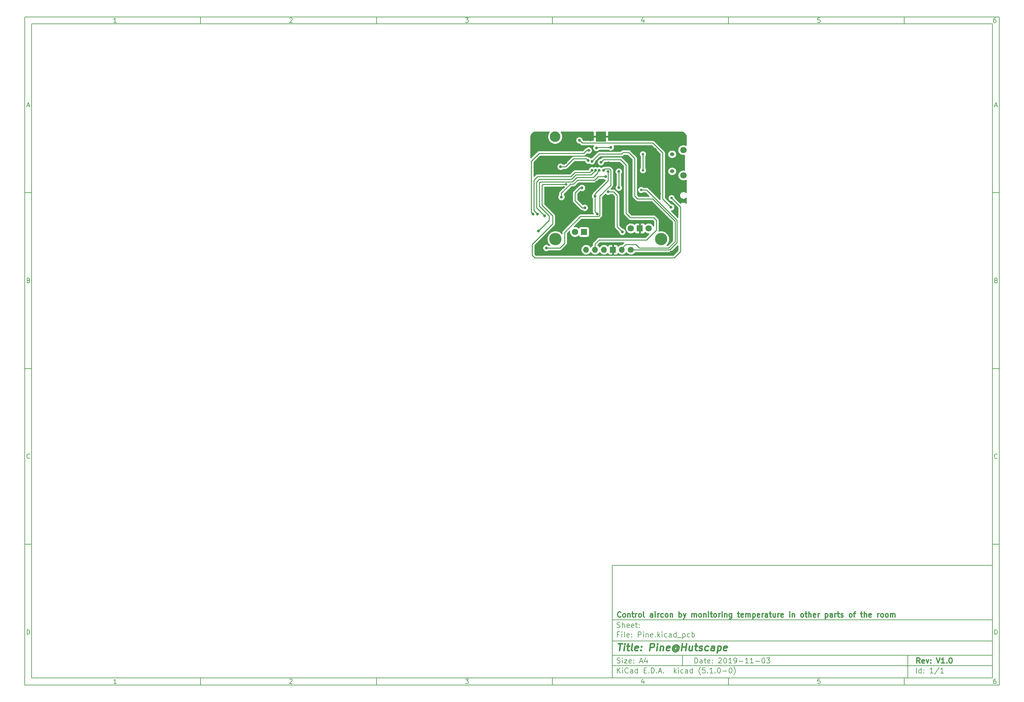
<source format=gbr>
G04 #@! TF.GenerationSoftware,KiCad,Pcbnew,(5.1.0-0)*
G04 #@! TF.CreationDate,2019-11-03T22:22:13+08:00*
G04 #@! TF.ProjectId,Pine,50696e65-2e6b-4696-9361-645f70636258,V1.0*
G04 #@! TF.SameCoordinates,Original*
G04 #@! TF.FileFunction,Copper,L2,Bot*
G04 #@! TF.FilePolarity,Positive*
%FSLAX46Y46*%
G04 Gerber Fmt 4.6, Leading zero omitted, Abs format (unit mm)*
G04 Created by KiCad (PCBNEW (5.1.0-0)) date 2019-11-03 22:22:13*
%MOMM*%
%LPD*%
G04 APERTURE LIST*
%ADD10C,0.100000*%
%ADD11C,0.150000*%
%ADD12C,0.300000*%
%ADD13C,0.400000*%
%ADD14C,1.800000*%
%ADD15R,1.800000X1.800000*%
%ADD16O,1.250000X1.050000*%
%ADD17O,1.900000X1.700000*%
%ADD18C,3.500000*%
%ADD19C,3.000000*%
%ADD20R,3.000000X3.000000*%
%ADD21O,1.700000X1.700000*%
%ADD22R,1.700000X1.700000*%
%ADD23C,1.700000*%
%ADD24C,0.700000*%
%ADD25C,0.800000*%
%ADD26C,0.250000*%
%ADD27C,0.254000*%
G04 APERTURE END LIST*
D10*
D11*
X177002200Y-166007200D02*
X177002200Y-198007200D01*
X285002200Y-198007200D01*
X285002200Y-166007200D01*
X177002200Y-166007200D01*
D10*
D11*
X10000000Y-10000000D02*
X10000000Y-200007200D01*
X287002200Y-200007200D01*
X287002200Y-10000000D01*
X10000000Y-10000000D01*
D10*
D11*
X12000000Y-12000000D02*
X12000000Y-198007200D01*
X285002200Y-198007200D01*
X285002200Y-12000000D01*
X12000000Y-12000000D01*
D10*
D11*
X60000000Y-12000000D02*
X60000000Y-10000000D01*
D10*
D11*
X110000000Y-12000000D02*
X110000000Y-10000000D01*
D10*
D11*
X160000000Y-12000000D02*
X160000000Y-10000000D01*
D10*
D11*
X210000000Y-12000000D02*
X210000000Y-10000000D01*
D10*
D11*
X260000000Y-12000000D02*
X260000000Y-10000000D01*
D10*
D11*
X36065476Y-11588095D02*
X35322619Y-11588095D01*
X35694047Y-11588095D02*
X35694047Y-10288095D01*
X35570238Y-10473809D01*
X35446428Y-10597619D01*
X35322619Y-10659523D01*
D10*
D11*
X85322619Y-10411904D02*
X85384523Y-10350000D01*
X85508333Y-10288095D01*
X85817857Y-10288095D01*
X85941666Y-10350000D01*
X86003571Y-10411904D01*
X86065476Y-10535714D01*
X86065476Y-10659523D01*
X86003571Y-10845238D01*
X85260714Y-11588095D01*
X86065476Y-11588095D01*
D10*
D11*
X135260714Y-10288095D02*
X136065476Y-10288095D01*
X135632142Y-10783333D01*
X135817857Y-10783333D01*
X135941666Y-10845238D01*
X136003571Y-10907142D01*
X136065476Y-11030952D01*
X136065476Y-11340476D01*
X136003571Y-11464285D01*
X135941666Y-11526190D01*
X135817857Y-11588095D01*
X135446428Y-11588095D01*
X135322619Y-11526190D01*
X135260714Y-11464285D01*
D10*
D11*
X185941666Y-10721428D02*
X185941666Y-11588095D01*
X185632142Y-10226190D02*
X185322619Y-11154761D01*
X186127380Y-11154761D01*
D10*
D11*
X236003571Y-10288095D02*
X235384523Y-10288095D01*
X235322619Y-10907142D01*
X235384523Y-10845238D01*
X235508333Y-10783333D01*
X235817857Y-10783333D01*
X235941666Y-10845238D01*
X236003571Y-10907142D01*
X236065476Y-11030952D01*
X236065476Y-11340476D01*
X236003571Y-11464285D01*
X235941666Y-11526190D01*
X235817857Y-11588095D01*
X235508333Y-11588095D01*
X235384523Y-11526190D01*
X235322619Y-11464285D01*
D10*
D11*
X285941666Y-10288095D02*
X285694047Y-10288095D01*
X285570238Y-10350000D01*
X285508333Y-10411904D01*
X285384523Y-10597619D01*
X285322619Y-10845238D01*
X285322619Y-11340476D01*
X285384523Y-11464285D01*
X285446428Y-11526190D01*
X285570238Y-11588095D01*
X285817857Y-11588095D01*
X285941666Y-11526190D01*
X286003571Y-11464285D01*
X286065476Y-11340476D01*
X286065476Y-11030952D01*
X286003571Y-10907142D01*
X285941666Y-10845238D01*
X285817857Y-10783333D01*
X285570238Y-10783333D01*
X285446428Y-10845238D01*
X285384523Y-10907142D01*
X285322619Y-11030952D01*
D10*
D11*
X60000000Y-198007200D02*
X60000000Y-200007200D01*
D10*
D11*
X110000000Y-198007200D02*
X110000000Y-200007200D01*
D10*
D11*
X160000000Y-198007200D02*
X160000000Y-200007200D01*
D10*
D11*
X210000000Y-198007200D02*
X210000000Y-200007200D01*
D10*
D11*
X260000000Y-198007200D02*
X260000000Y-200007200D01*
D10*
D11*
X36065476Y-199595295D02*
X35322619Y-199595295D01*
X35694047Y-199595295D02*
X35694047Y-198295295D01*
X35570238Y-198481009D01*
X35446428Y-198604819D01*
X35322619Y-198666723D01*
D10*
D11*
X85322619Y-198419104D02*
X85384523Y-198357200D01*
X85508333Y-198295295D01*
X85817857Y-198295295D01*
X85941666Y-198357200D01*
X86003571Y-198419104D01*
X86065476Y-198542914D01*
X86065476Y-198666723D01*
X86003571Y-198852438D01*
X85260714Y-199595295D01*
X86065476Y-199595295D01*
D10*
D11*
X135260714Y-198295295D02*
X136065476Y-198295295D01*
X135632142Y-198790533D01*
X135817857Y-198790533D01*
X135941666Y-198852438D01*
X136003571Y-198914342D01*
X136065476Y-199038152D01*
X136065476Y-199347676D01*
X136003571Y-199471485D01*
X135941666Y-199533390D01*
X135817857Y-199595295D01*
X135446428Y-199595295D01*
X135322619Y-199533390D01*
X135260714Y-199471485D01*
D10*
D11*
X185941666Y-198728628D02*
X185941666Y-199595295D01*
X185632142Y-198233390D02*
X185322619Y-199161961D01*
X186127380Y-199161961D01*
D10*
D11*
X236003571Y-198295295D02*
X235384523Y-198295295D01*
X235322619Y-198914342D01*
X235384523Y-198852438D01*
X235508333Y-198790533D01*
X235817857Y-198790533D01*
X235941666Y-198852438D01*
X236003571Y-198914342D01*
X236065476Y-199038152D01*
X236065476Y-199347676D01*
X236003571Y-199471485D01*
X235941666Y-199533390D01*
X235817857Y-199595295D01*
X235508333Y-199595295D01*
X235384523Y-199533390D01*
X235322619Y-199471485D01*
D10*
D11*
X285941666Y-198295295D02*
X285694047Y-198295295D01*
X285570238Y-198357200D01*
X285508333Y-198419104D01*
X285384523Y-198604819D01*
X285322619Y-198852438D01*
X285322619Y-199347676D01*
X285384523Y-199471485D01*
X285446428Y-199533390D01*
X285570238Y-199595295D01*
X285817857Y-199595295D01*
X285941666Y-199533390D01*
X286003571Y-199471485D01*
X286065476Y-199347676D01*
X286065476Y-199038152D01*
X286003571Y-198914342D01*
X285941666Y-198852438D01*
X285817857Y-198790533D01*
X285570238Y-198790533D01*
X285446428Y-198852438D01*
X285384523Y-198914342D01*
X285322619Y-199038152D01*
D10*
D11*
X10000000Y-60000000D02*
X12000000Y-60000000D01*
D10*
D11*
X10000000Y-110000000D02*
X12000000Y-110000000D01*
D10*
D11*
X10000000Y-160000000D02*
X12000000Y-160000000D01*
D10*
D11*
X10690476Y-35216666D02*
X11309523Y-35216666D01*
X10566666Y-35588095D02*
X11000000Y-34288095D01*
X11433333Y-35588095D01*
D10*
D11*
X11092857Y-84907142D02*
X11278571Y-84969047D01*
X11340476Y-85030952D01*
X11402380Y-85154761D01*
X11402380Y-85340476D01*
X11340476Y-85464285D01*
X11278571Y-85526190D01*
X11154761Y-85588095D01*
X10659523Y-85588095D01*
X10659523Y-84288095D01*
X11092857Y-84288095D01*
X11216666Y-84350000D01*
X11278571Y-84411904D01*
X11340476Y-84535714D01*
X11340476Y-84659523D01*
X11278571Y-84783333D01*
X11216666Y-84845238D01*
X11092857Y-84907142D01*
X10659523Y-84907142D01*
D10*
D11*
X11402380Y-135464285D02*
X11340476Y-135526190D01*
X11154761Y-135588095D01*
X11030952Y-135588095D01*
X10845238Y-135526190D01*
X10721428Y-135402380D01*
X10659523Y-135278571D01*
X10597619Y-135030952D01*
X10597619Y-134845238D01*
X10659523Y-134597619D01*
X10721428Y-134473809D01*
X10845238Y-134350000D01*
X11030952Y-134288095D01*
X11154761Y-134288095D01*
X11340476Y-134350000D01*
X11402380Y-134411904D01*
D10*
D11*
X10659523Y-185588095D02*
X10659523Y-184288095D01*
X10969047Y-184288095D01*
X11154761Y-184350000D01*
X11278571Y-184473809D01*
X11340476Y-184597619D01*
X11402380Y-184845238D01*
X11402380Y-185030952D01*
X11340476Y-185278571D01*
X11278571Y-185402380D01*
X11154761Y-185526190D01*
X10969047Y-185588095D01*
X10659523Y-185588095D01*
D10*
D11*
X287002200Y-60000000D02*
X285002200Y-60000000D01*
D10*
D11*
X287002200Y-110000000D02*
X285002200Y-110000000D01*
D10*
D11*
X287002200Y-160000000D02*
X285002200Y-160000000D01*
D10*
D11*
X285692676Y-35216666D02*
X286311723Y-35216666D01*
X285568866Y-35588095D02*
X286002200Y-34288095D01*
X286435533Y-35588095D01*
D10*
D11*
X286095057Y-84907142D02*
X286280771Y-84969047D01*
X286342676Y-85030952D01*
X286404580Y-85154761D01*
X286404580Y-85340476D01*
X286342676Y-85464285D01*
X286280771Y-85526190D01*
X286156961Y-85588095D01*
X285661723Y-85588095D01*
X285661723Y-84288095D01*
X286095057Y-84288095D01*
X286218866Y-84350000D01*
X286280771Y-84411904D01*
X286342676Y-84535714D01*
X286342676Y-84659523D01*
X286280771Y-84783333D01*
X286218866Y-84845238D01*
X286095057Y-84907142D01*
X285661723Y-84907142D01*
D10*
D11*
X286404580Y-135464285D02*
X286342676Y-135526190D01*
X286156961Y-135588095D01*
X286033152Y-135588095D01*
X285847438Y-135526190D01*
X285723628Y-135402380D01*
X285661723Y-135278571D01*
X285599819Y-135030952D01*
X285599819Y-134845238D01*
X285661723Y-134597619D01*
X285723628Y-134473809D01*
X285847438Y-134350000D01*
X286033152Y-134288095D01*
X286156961Y-134288095D01*
X286342676Y-134350000D01*
X286404580Y-134411904D01*
D10*
D11*
X285661723Y-185588095D02*
X285661723Y-184288095D01*
X285971247Y-184288095D01*
X286156961Y-184350000D01*
X286280771Y-184473809D01*
X286342676Y-184597619D01*
X286404580Y-184845238D01*
X286404580Y-185030952D01*
X286342676Y-185278571D01*
X286280771Y-185402380D01*
X286156961Y-185526190D01*
X285971247Y-185588095D01*
X285661723Y-185588095D01*
D10*
D11*
X200434342Y-193785771D02*
X200434342Y-192285771D01*
X200791485Y-192285771D01*
X201005771Y-192357200D01*
X201148628Y-192500057D01*
X201220057Y-192642914D01*
X201291485Y-192928628D01*
X201291485Y-193142914D01*
X201220057Y-193428628D01*
X201148628Y-193571485D01*
X201005771Y-193714342D01*
X200791485Y-193785771D01*
X200434342Y-193785771D01*
X202577200Y-193785771D02*
X202577200Y-193000057D01*
X202505771Y-192857200D01*
X202362914Y-192785771D01*
X202077200Y-192785771D01*
X201934342Y-192857200D01*
X202577200Y-193714342D02*
X202434342Y-193785771D01*
X202077200Y-193785771D01*
X201934342Y-193714342D01*
X201862914Y-193571485D01*
X201862914Y-193428628D01*
X201934342Y-193285771D01*
X202077200Y-193214342D01*
X202434342Y-193214342D01*
X202577200Y-193142914D01*
X203077200Y-192785771D02*
X203648628Y-192785771D01*
X203291485Y-192285771D02*
X203291485Y-193571485D01*
X203362914Y-193714342D01*
X203505771Y-193785771D01*
X203648628Y-193785771D01*
X204720057Y-193714342D02*
X204577200Y-193785771D01*
X204291485Y-193785771D01*
X204148628Y-193714342D01*
X204077200Y-193571485D01*
X204077200Y-193000057D01*
X204148628Y-192857200D01*
X204291485Y-192785771D01*
X204577200Y-192785771D01*
X204720057Y-192857200D01*
X204791485Y-193000057D01*
X204791485Y-193142914D01*
X204077200Y-193285771D01*
X205434342Y-193642914D02*
X205505771Y-193714342D01*
X205434342Y-193785771D01*
X205362914Y-193714342D01*
X205434342Y-193642914D01*
X205434342Y-193785771D01*
X205434342Y-192857200D02*
X205505771Y-192928628D01*
X205434342Y-193000057D01*
X205362914Y-192928628D01*
X205434342Y-192857200D01*
X205434342Y-193000057D01*
X207220057Y-192428628D02*
X207291485Y-192357200D01*
X207434342Y-192285771D01*
X207791485Y-192285771D01*
X207934342Y-192357200D01*
X208005771Y-192428628D01*
X208077200Y-192571485D01*
X208077200Y-192714342D01*
X208005771Y-192928628D01*
X207148628Y-193785771D01*
X208077200Y-193785771D01*
X209005771Y-192285771D02*
X209148628Y-192285771D01*
X209291485Y-192357200D01*
X209362914Y-192428628D01*
X209434342Y-192571485D01*
X209505771Y-192857200D01*
X209505771Y-193214342D01*
X209434342Y-193500057D01*
X209362914Y-193642914D01*
X209291485Y-193714342D01*
X209148628Y-193785771D01*
X209005771Y-193785771D01*
X208862914Y-193714342D01*
X208791485Y-193642914D01*
X208720057Y-193500057D01*
X208648628Y-193214342D01*
X208648628Y-192857200D01*
X208720057Y-192571485D01*
X208791485Y-192428628D01*
X208862914Y-192357200D01*
X209005771Y-192285771D01*
X210934342Y-193785771D02*
X210077200Y-193785771D01*
X210505771Y-193785771D02*
X210505771Y-192285771D01*
X210362914Y-192500057D01*
X210220057Y-192642914D01*
X210077200Y-192714342D01*
X211648628Y-193785771D02*
X211934342Y-193785771D01*
X212077200Y-193714342D01*
X212148628Y-193642914D01*
X212291485Y-193428628D01*
X212362914Y-193142914D01*
X212362914Y-192571485D01*
X212291485Y-192428628D01*
X212220057Y-192357200D01*
X212077200Y-192285771D01*
X211791485Y-192285771D01*
X211648628Y-192357200D01*
X211577200Y-192428628D01*
X211505771Y-192571485D01*
X211505771Y-192928628D01*
X211577200Y-193071485D01*
X211648628Y-193142914D01*
X211791485Y-193214342D01*
X212077200Y-193214342D01*
X212220057Y-193142914D01*
X212291485Y-193071485D01*
X212362914Y-192928628D01*
X213005771Y-193214342D02*
X214148628Y-193214342D01*
X215648628Y-193785771D02*
X214791485Y-193785771D01*
X215220057Y-193785771D02*
X215220057Y-192285771D01*
X215077200Y-192500057D01*
X214934342Y-192642914D01*
X214791485Y-192714342D01*
X217077200Y-193785771D02*
X216220057Y-193785771D01*
X216648628Y-193785771D02*
X216648628Y-192285771D01*
X216505771Y-192500057D01*
X216362914Y-192642914D01*
X216220057Y-192714342D01*
X217720057Y-193214342D02*
X218862914Y-193214342D01*
X219862914Y-192285771D02*
X220005771Y-192285771D01*
X220148628Y-192357200D01*
X220220057Y-192428628D01*
X220291485Y-192571485D01*
X220362914Y-192857200D01*
X220362914Y-193214342D01*
X220291485Y-193500057D01*
X220220057Y-193642914D01*
X220148628Y-193714342D01*
X220005771Y-193785771D01*
X219862914Y-193785771D01*
X219720057Y-193714342D01*
X219648628Y-193642914D01*
X219577200Y-193500057D01*
X219505771Y-193214342D01*
X219505771Y-192857200D01*
X219577200Y-192571485D01*
X219648628Y-192428628D01*
X219720057Y-192357200D01*
X219862914Y-192285771D01*
X220862914Y-192285771D02*
X221791485Y-192285771D01*
X221291485Y-192857200D01*
X221505771Y-192857200D01*
X221648628Y-192928628D01*
X221720057Y-193000057D01*
X221791485Y-193142914D01*
X221791485Y-193500057D01*
X221720057Y-193642914D01*
X221648628Y-193714342D01*
X221505771Y-193785771D01*
X221077200Y-193785771D01*
X220934342Y-193714342D01*
X220862914Y-193642914D01*
D10*
D11*
X177002200Y-194507200D02*
X285002200Y-194507200D01*
D10*
D11*
X178434342Y-196585771D02*
X178434342Y-195085771D01*
X179291485Y-196585771D02*
X178648628Y-195728628D01*
X179291485Y-195085771D02*
X178434342Y-195942914D01*
X179934342Y-196585771D02*
X179934342Y-195585771D01*
X179934342Y-195085771D02*
X179862914Y-195157200D01*
X179934342Y-195228628D01*
X180005771Y-195157200D01*
X179934342Y-195085771D01*
X179934342Y-195228628D01*
X181505771Y-196442914D02*
X181434342Y-196514342D01*
X181220057Y-196585771D01*
X181077200Y-196585771D01*
X180862914Y-196514342D01*
X180720057Y-196371485D01*
X180648628Y-196228628D01*
X180577200Y-195942914D01*
X180577200Y-195728628D01*
X180648628Y-195442914D01*
X180720057Y-195300057D01*
X180862914Y-195157200D01*
X181077200Y-195085771D01*
X181220057Y-195085771D01*
X181434342Y-195157200D01*
X181505771Y-195228628D01*
X182791485Y-196585771D02*
X182791485Y-195800057D01*
X182720057Y-195657200D01*
X182577200Y-195585771D01*
X182291485Y-195585771D01*
X182148628Y-195657200D01*
X182791485Y-196514342D02*
X182648628Y-196585771D01*
X182291485Y-196585771D01*
X182148628Y-196514342D01*
X182077200Y-196371485D01*
X182077200Y-196228628D01*
X182148628Y-196085771D01*
X182291485Y-196014342D01*
X182648628Y-196014342D01*
X182791485Y-195942914D01*
X184148628Y-196585771D02*
X184148628Y-195085771D01*
X184148628Y-196514342D02*
X184005771Y-196585771D01*
X183720057Y-196585771D01*
X183577200Y-196514342D01*
X183505771Y-196442914D01*
X183434342Y-196300057D01*
X183434342Y-195871485D01*
X183505771Y-195728628D01*
X183577200Y-195657200D01*
X183720057Y-195585771D01*
X184005771Y-195585771D01*
X184148628Y-195657200D01*
X186005771Y-195800057D02*
X186505771Y-195800057D01*
X186720057Y-196585771D02*
X186005771Y-196585771D01*
X186005771Y-195085771D01*
X186720057Y-195085771D01*
X187362914Y-196442914D02*
X187434342Y-196514342D01*
X187362914Y-196585771D01*
X187291485Y-196514342D01*
X187362914Y-196442914D01*
X187362914Y-196585771D01*
X188077200Y-196585771D02*
X188077200Y-195085771D01*
X188434342Y-195085771D01*
X188648628Y-195157200D01*
X188791485Y-195300057D01*
X188862914Y-195442914D01*
X188934342Y-195728628D01*
X188934342Y-195942914D01*
X188862914Y-196228628D01*
X188791485Y-196371485D01*
X188648628Y-196514342D01*
X188434342Y-196585771D01*
X188077200Y-196585771D01*
X189577200Y-196442914D02*
X189648628Y-196514342D01*
X189577200Y-196585771D01*
X189505771Y-196514342D01*
X189577200Y-196442914D01*
X189577200Y-196585771D01*
X190220057Y-196157200D02*
X190934342Y-196157200D01*
X190077200Y-196585771D02*
X190577200Y-195085771D01*
X191077200Y-196585771D01*
X191577200Y-196442914D02*
X191648628Y-196514342D01*
X191577200Y-196585771D01*
X191505771Y-196514342D01*
X191577200Y-196442914D01*
X191577200Y-196585771D01*
X194577200Y-196585771D02*
X194577200Y-195085771D01*
X194720057Y-196014342D02*
X195148628Y-196585771D01*
X195148628Y-195585771D02*
X194577200Y-196157200D01*
X195791485Y-196585771D02*
X195791485Y-195585771D01*
X195791485Y-195085771D02*
X195720057Y-195157200D01*
X195791485Y-195228628D01*
X195862914Y-195157200D01*
X195791485Y-195085771D01*
X195791485Y-195228628D01*
X197148628Y-196514342D02*
X197005771Y-196585771D01*
X196720057Y-196585771D01*
X196577200Y-196514342D01*
X196505771Y-196442914D01*
X196434342Y-196300057D01*
X196434342Y-195871485D01*
X196505771Y-195728628D01*
X196577200Y-195657200D01*
X196720057Y-195585771D01*
X197005771Y-195585771D01*
X197148628Y-195657200D01*
X198434342Y-196585771D02*
X198434342Y-195800057D01*
X198362914Y-195657200D01*
X198220057Y-195585771D01*
X197934342Y-195585771D01*
X197791485Y-195657200D01*
X198434342Y-196514342D02*
X198291485Y-196585771D01*
X197934342Y-196585771D01*
X197791485Y-196514342D01*
X197720057Y-196371485D01*
X197720057Y-196228628D01*
X197791485Y-196085771D01*
X197934342Y-196014342D01*
X198291485Y-196014342D01*
X198434342Y-195942914D01*
X199791485Y-196585771D02*
X199791485Y-195085771D01*
X199791485Y-196514342D02*
X199648628Y-196585771D01*
X199362914Y-196585771D01*
X199220057Y-196514342D01*
X199148628Y-196442914D01*
X199077200Y-196300057D01*
X199077200Y-195871485D01*
X199148628Y-195728628D01*
X199220057Y-195657200D01*
X199362914Y-195585771D01*
X199648628Y-195585771D01*
X199791485Y-195657200D01*
X202077200Y-197157200D02*
X202005771Y-197085771D01*
X201862914Y-196871485D01*
X201791485Y-196728628D01*
X201720057Y-196514342D01*
X201648628Y-196157200D01*
X201648628Y-195871485D01*
X201720057Y-195514342D01*
X201791485Y-195300057D01*
X201862914Y-195157200D01*
X202005771Y-194942914D01*
X202077200Y-194871485D01*
X203362914Y-195085771D02*
X202648628Y-195085771D01*
X202577200Y-195800057D01*
X202648628Y-195728628D01*
X202791485Y-195657200D01*
X203148628Y-195657200D01*
X203291485Y-195728628D01*
X203362914Y-195800057D01*
X203434342Y-195942914D01*
X203434342Y-196300057D01*
X203362914Y-196442914D01*
X203291485Y-196514342D01*
X203148628Y-196585771D01*
X202791485Y-196585771D01*
X202648628Y-196514342D01*
X202577200Y-196442914D01*
X204077200Y-196442914D02*
X204148628Y-196514342D01*
X204077200Y-196585771D01*
X204005771Y-196514342D01*
X204077200Y-196442914D01*
X204077200Y-196585771D01*
X205577200Y-196585771D02*
X204720057Y-196585771D01*
X205148628Y-196585771D02*
X205148628Y-195085771D01*
X205005771Y-195300057D01*
X204862914Y-195442914D01*
X204720057Y-195514342D01*
X206220057Y-196442914D02*
X206291485Y-196514342D01*
X206220057Y-196585771D01*
X206148628Y-196514342D01*
X206220057Y-196442914D01*
X206220057Y-196585771D01*
X207220057Y-195085771D02*
X207362914Y-195085771D01*
X207505771Y-195157200D01*
X207577200Y-195228628D01*
X207648628Y-195371485D01*
X207720057Y-195657200D01*
X207720057Y-196014342D01*
X207648628Y-196300057D01*
X207577200Y-196442914D01*
X207505771Y-196514342D01*
X207362914Y-196585771D01*
X207220057Y-196585771D01*
X207077200Y-196514342D01*
X207005771Y-196442914D01*
X206934342Y-196300057D01*
X206862914Y-196014342D01*
X206862914Y-195657200D01*
X206934342Y-195371485D01*
X207005771Y-195228628D01*
X207077200Y-195157200D01*
X207220057Y-195085771D01*
X208362914Y-196014342D02*
X209505771Y-196014342D01*
X210505771Y-195085771D02*
X210648628Y-195085771D01*
X210791485Y-195157200D01*
X210862914Y-195228628D01*
X210934342Y-195371485D01*
X211005771Y-195657200D01*
X211005771Y-196014342D01*
X210934342Y-196300057D01*
X210862914Y-196442914D01*
X210791485Y-196514342D01*
X210648628Y-196585771D01*
X210505771Y-196585771D01*
X210362914Y-196514342D01*
X210291485Y-196442914D01*
X210220057Y-196300057D01*
X210148628Y-196014342D01*
X210148628Y-195657200D01*
X210220057Y-195371485D01*
X210291485Y-195228628D01*
X210362914Y-195157200D01*
X210505771Y-195085771D01*
X211505771Y-197157200D02*
X211577200Y-197085771D01*
X211720057Y-196871485D01*
X211791485Y-196728628D01*
X211862914Y-196514342D01*
X211934342Y-196157200D01*
X211934342Y-195871485D01*
X211862914Y-195514342D01*
X211791485Y-195300057D01*
X211720057Y-195157200D01*
X211577200Y-194942914D01*
X211505771Y-194871485D01*
D10*
D11*
X177002200Y-191507200D02*
X285002200Y-191507200D01*
D10*
D12*
X264411485Y-193785771D02*
X263911485Y-193071485D01*
X263554342Y-193785771D02*
X263554342Y-192285771D01*
X264125771Y-192285771D01*
X264268628Y-192357200D01*
X264340057Y-192428628D01*
X264411485Y-192571485D01*
X264411485Y-192785771D01*
X264340057Y-192928628D01*
X264268628Y-193000057D01*
X264125771Y-193071485D01*
X263554342Y-193071485D01*
X265625771Y-193714342D02*
X265482914Y-193785771D01*
X265197200Y-193785771D01*
X265054342Y-193714342D01*
X264982914Y-193571485D01*
X264982914Y-193000057D01*
X265054342Y-192857200D01*
X265197200Y-192785771D01*
X265482914Y-192785771D01*
X265625771Y-192857200D01*
X265697200Y-193000057D01*
X265697200Y-193142914D01*
X264982914Y-193285771D01*
X266197200Y-192785771D02*
X266554342Y-193785771D01*
X266911485Y-192785771D01*
X267482914Y-193642914D02*
X267554342Y-193714342D01*
X267482914Y-193785771D01*
X267411485Y-193714342D01*
X267482914Y-193642914D01*
X267482914Y-193785771D01*
X267482914Y-192857200D02*
X267554342Y-192928628D01*
X267482914Y-193000057D01*
X267411485Y-192928628D01*
X267482914Y-192857200D01*
X267482914Y-193000057D01*
X269125771Y-192285771D02*
X269625771Y-193785771D01*
X270125771Y-192285771D01*
X271411485Y-193785771D02*
X270554342Y-193785771D01*
X270982914Y-193785771D02*
X270982914Y-192285771D01*
X270840057Y-192500057D01*
X270697200Y-192642914D01*
X270554342Y-192714342D01*
X272054342Y-193642914D02*
X272125771Y-193714342D01*
X272054342Y-193785771D01*
X271982914Y-193714342D01*
X272054342Y-193642914D01*
X272054342Y-193785771D01*
X273054342Y-192285771D02*
X273197200Y-192285771D01*
X273340057Y-192357200D01*
X273411485Y-192428628D01*
X273482914Y-192571485D01*
X273554342Y-192857200D01*
X273554342Y-193214342D01*
X273482914Y-193500057D01*
X273411485Y-193642914D01*
X273340057Y-193714342D01*
X273197200Y-193785771D01*
X273054342Y-193785771D01*
X272911485Y-193714342D01*
X272840057Y-193642914D01*
X272768628Y-193500057D01*
X272697200Y-193214342D01*
X272697200Y-192857200D01*
X272768628Y-192571485D01*
X272840057Y-192428628D01*
X272911485Y-192357200D01*
X273054342Y-192285771D01*
D10*
D11*
X178362914Y-193714342D02*
X178577200Y-193785771D01*
X178934342Y-193785771D01*
X179077200Y-193714342D01*
X179148628Y-193642914D01*
X179220057Y-193500057D01*
X179220057Y-193357200D01*
X179148628Y-193214342D01*
X179077200Y-193142914D01*
X178934342Y-193071485D01*
X178648628Y-193000057D01*
X178505771Y-192928628D01*
X178434342Y-192857200D01*
X178362914Y-192714342D01*
X178362914Y-192571485D01*
X178434342Y-192428628D01*
X178505771Y-192357200D01*
X178648628Y-192285771D01*
X179005771Y-192285771D01*
X179220057Y-192357200D01*
X179862914Y-193785771D02*
X179862914Y-192785771D01*
X179862914Y-192285771D02*
X179791485Y-192357200D01*
X179862914Y-192428628D01*
X179934342Y-192357200D01*
X179862914Y-192285771D01*
X179862914Y-192428628D01*
X180434342Y-192785771D02*
X181220057Y-192785771D01*
X180434342Y-193785771D01*
X181220057Y-193785771D01*
X182362914Y-193714342D02*
X182220057Y-193785771D01*
X181934342Y-193785771D01*
X181791485Y-193714342D01*
X181720057Y-193571485D01*
X181720057Y-193000057D01*
X181791485Y-192857200D01*
X181934342Y-192785771D01*
X182220057Y-192785771D01*
X182362914Y-192857200D01*
X182434342Y-193000057D01*
X182434342Y-193142914D01*
X181720057Y-193285771D01*
X183077200Y-193642914D02*
X183148628Y-193714342D01*
X183077200Y-193785771D01*
X183005771Y-193714342D01*
X183077200Y-193642914D01*
X183077200Y-193785771D01*
X183077200Y-192857200D02*
X183148628Y-192928628D01*
X183077200Y-193000057D01*
X183005771Y-192928628D01*
X183077200Y-192857200D01*
X183077200Y-193000057D01*
X184862914Y-193357200D02*
X185577200Y-193357200D01*
X184720057Y-193785771D02*
X185220057Y-192285771D01*
X185720057Y-193785771D01*
X186862914Y-192785771D02*
X186862914Y-193785771D01*
X186505771Y-192214342D02*
X186148628Y-193285771D01*
X187077200Y-193285771D01*
D10*
D11*
X263434342Y-196585771D02*
X263434342Y-195085771D01*
X264791485Y-196585771D02*
X264791485Y-195085771D01*
X264791485Y-196514342D02*
X264648628Y-196585771D01*
X264362914Y-196585771D01*
X264220057Y-196514342D01*
X264148628Y-196442914D01*
X264077200Y-196300057D01*
X264077200Y-195871485D01*
X264148628Y-195728628D01*
X264220057Y-195657200D01*
X264362914Y-195585771D01*
X264648628Y-195585771D01*
X264791485Y-195657200D01*
X265505771Y-196442914D02*
X265577200Y-196514342D01*
X265505771Y-196585771D01*
X265434342Y-196514342D01*
X265505771Y-196442914D01*
X265505771Y-196585771D01*
X265505771Y-195657200D02*
X265577200Y-195728628D01*
X265505771Y-195800057D01*
X265434342Y-195728628D01*
X265505771Y-195657200D01*
X265505771Y-195800057D01*
X268148628Y-196585771D02*
X267291485Y-196585771D01*
X267720057Y-196585771D02*
X267720057Y-195085771D01*
X267577200Y-195300057D01*
X267434342Y-195442914D01*
X267291485Y-195514342D01*
X269862914Y-195014342D02*
X268577200Y-196942914D01*
X271148628Y-196585771D02*
X270291485Y-196585771D01*
X270720057Y-196585771D02*
X270720057Y-195085771D01*
X270577200Y-195300057D01*
X270434342Y-195442914D01*
X270291485Y-195514342D01*
D10*
D11*
X177002200Y-187507200D02*
X285002200Y-187507200D01*
D10*
D13*
X178714580Y-188211961D02*
X179857438Y-188211961D01*
X179036009Y-190211961D02*
X179286009Y-188211961D01*
X180274104Y-190211961D02*
X180440771Y-188878628D01*
X180524104Y-188211961D02*
X180416961Y-188307200D01*
X180500295Y-188402438D01*
X180607438Y-188307200D01*
X180524104Y-188211961D01*
X180500295Y-188402438D01*
X181107438Y-188878628D02*
X181869342Y-188878628D01*
X181476485Y-188211961D02*
X181262200Y-189926247D01*
X181333628Y-190116723D01*
X181512200Y-190211961D01*
X181702676Y-190211961D01*
X182655057Y-190211961D02*
X182476485Y-190116723D01*
X182405057Y-189926247D01*
X182619342Y-188211961D01*
X184190771Y-190116723D02*
X183988390Y-190211961D01*
X183607438Y-190211961D01*
X183428866Y-190116723D01*
X183357438Y-189926247D01*
X183452676Y-189164342D01*
X183571723Y-188973866D01*
X183774104Y-188878628D01*
X184155057Y-188878628D01*
X184333628Y-188973866D01*
X184405057Y-189164342D01*
X184381247Y-189354819D01*
X183405057Y-189545295D01*
X185155057Y-190021485D02*
X185238390Y-190116723D01*
X185131247Y-190211961D01*
X185047914Y-190116723D01*
X185155057Y-190021485D01*
X185131247Y-190211961D01*
X185286009Y-188973866D02*
X185369342Y-189069104D01*
X185262200Y-189164342D01*
X185178866Y-189069104D01*
X185286009Y-188973866D01*
X185262200Y-189164342D01*
X187607438Y-190211961D02*
X187857438Y-188211961D01*
X188619342Y-188211961D01*
X188797914Y-188307200D01*
X188881247Y-188402438D01*
X188952676Y-188592914D01*
X188916961Y-188878628D01*
X188797914Y-189069104D01*
X188690771Y-189164342D01*
X188488390Y-189259580D01*
X187726485Y-189259580D01*
X189607438Y-190211961D02*
X189774104Y-188878628D01*
X189857438Y-188211961D02*
X189750295Y-188307200D01*
X189833628Y-188402438D01*
X189940771Y-188307200D01*
X189857438Y-188211961D01*
X189833628Y-188402438D01*
X190726485Y-188878628D02*
X190559819Y-190211961D01*
X190702676Y-189069104D02*
X190809819Y-188973866D01*
X191012200Y-188878628D01*
X191297914Y-188878628D01*
X191476485Y-188973866D01*
X191547914Y-189164342D01*
X191416961Y-190211961D01*
X193143152Y-190116723D02*
X192940771Y-190211961D01*
X192559819Y-190211961D01*
X192381247Y-190116723D01*
X192309819Y-189926247D01*
X192405057Y-189164342D01*
X192524104Y-188973866D01*
X192726485Y-188878628D01*
X193107438Y-188878628D01*
X193286009Y-188973866D01*
X193357438Y-189164342D01*
X193333628Y-189354819D01*
X192357438Y-189545295D01*
X195440771Y-189259580D02*
X195357438Y-189164342D01*
X195178866Y-189069104D01*
X194988390Y-189069104D01*
X194786009Y-189164342D01*
X194678866Y-189259580D01*
X194559819Y-189450057D01*
X194536009Y-189640533D01*
X194607438Y-189831009D01*
X194690771Y-189926247D01*
X194869342Y-190021485D01*
X195059819Y-190021485D01*
X195262200Y-189926247D01*
X195369342Y-189831009D01*
X195464580Y-189069104D02*
X195369342Y-189831009D01*
X195452676Y-189926247D01*
X195547914Y-189926247D01*
X195750295Y-189831009D01*
X195869342Y-189640533D01*
X195928866Y-189164342D01*
X195774104Y-188878628D01*
X195512200Y-188688152D01*
X195143152Y-188592914D01*
X194750295Y-188688152D01*
X194440771Y-188878628D01*
X194214580Y-189164342D01*
X194071723Y-189545295D01*
X194119342Y-189926247D01*
X194274104Y-190211961D01*
X194536009Y-190402438D01*
X194905057Y-190497676D01*
X195297914Y-190402438D01*
X195607438Y-190211961D01*
X196655057Y-190211961D02*
X196905057Y-188211961D01*
X196786009Y-189164342D02*
X197928866Y-189164342D01*
X197797914Y-190211961D02*
X198047914Y-188211961D01*
X199774104Y-188878628D02*
X199607438Y-190211961D01*
X198916961Y-188878628D02*
X198786009Y-189926247D01*
X198857438Y-190116723D01*
X199036009Y-190211961D01*
X199321723Y-190211961D01*
X199524104Y-190116723D01*
X199631247Y-190021485D01*
X200440771Y-188878628D02*
X201202676Y-188878628D01*
X200809819Y-188211961D02*
X200595533Y-189926247D01*
X200666961Y-190116723D01*
X200845533Y-190211961D01*
X201036009Y-190211961D01*
X201619342Y-190116723D02*
X201797914Y-190211961D01*
X202178866Y-190211961D01*
X202381247Y-190116723D01*
X202500295Y-189926247D01*
X202512200Y-189831009D01*
X202440771Y-189640533D01*
X202262200Y-189545295D01*
X201976485Y-189545295D01*
X201797914Y-189450057D01*
X201726485Y-189259580D01*
X201738390Y-189164342D01*
X201857438Y-188973866D01*
X202059819Y-188878628D01*
X202345533Y-188878628D01*
X202524104Y-188973866D01*
X204190771Y-190116723D02*
X203988390Y-190211961D01*
X203607438Y-190211961D01*
X203428866Y-190116723D01*
X203345533Y-190021485D01*
X203274104Y-189831009D01*
X203345533Y-189259580D01*
X203464580Y-189069104D01*
X203571723Y-188973866D01*
X203774104Y-188878628D01*
X204155057Y-188878628D01*
X204333628Y-188973866D01*
X205893152Y-190211961D02*
X206024104Y-189164342D01*
X205952676Y-188973866D01*
X205774104Y-188878628D01*
X205393152Y-188878628D01*
X205190771Y-188973866D01*
X205905057Y-190116723D02*
X205702676Y-190211961D01*
X205226485Y-190211961D01*
X205047914Y-190116723D01*
X204976485Y-189926247D01*
X205000295Y-189735771D01*
X205119342Y-189545295D01*
X205321723Y-189450057D01*
X205797914Y-189450057D01*
X206000295Y-189354819D01*
X207012200Y-188878628D02*
X206762200Y-190878628D01*
X207000295Y-188973866D02*
X207202676Y-188878628D01*
X207583628Y-188878628D01*
X207762200Y-188973866D01*
X207845533Y-189069104D01*
X207916961Y-189259580D01*
X207845533Y-189831009D01*
X207726485Y-190021485D01*
X207619342Y-190116723D01*
X207416961Y-190211961D01*
X207036009Y-190211961D01*
X206857438Y-190116723D01*
X209428866Y-190116723D02*
X209226485Y-190211961D01*
X208845533Y-190211961D01*
X208666961Y-190116723D01*
X208595533Y-189926247D01*
X208690771Y-189164342D01*
X208809819Y-188973866D01*
X209012200Y-188878628D01*
X209393152Y-188878628D01*
X209571723Y-188973866D01*
X209643152Y-189164342D01*
X209619342Y-189354819D01*
X208643152Y-189545295D01*
D10*
D11*
X178934342Y-185600057D02*
X178434342Y-185600057D01*
X178434342Y-186385771D02*
X178434342Y-184885771D01*
X179148628Y-184885771D01*
X179720057Y-186385771D02*
X179720057Y-185385771D01*
X179720057Y-184885771D02*
X179648628Y-184957200D01*
X179720057Y-185028628D01*
X179791485Y-184957200D01*
X179720057Y-184885771D01*
X179720057Y-185028628D01*
X180648628Y-186385771D02*
X180505771Y-186314342D01*
X180434342Y-186171485D01*
X180434342Y-184885771D01*
X181791485Y-186314342D02*
X181648628Y-186385771D01*
X181362914Y-186385771D01*
X181220057Y-186314342D01*
X181148628Y-186171485D01*
X181148628Y-185600057D01*
X181220057Y-185457200D01*
X181362914Y-185385771D01*
X181648628Y-185385771D01*
X181791485Y-185457200D01*
X181862914Y-185600057D01*
X181862914Y-185742914D01*
X181148628Y-185885771D01*
X182505771Y-186242914D02*
X182577200Y-186314342D01*
X182505771Y-186385771D01*
X182434342Y-186314342D01*
X182505771Y-186242914D01*
X182505771Y-186385771D01*
X182505771Y-185457200D02*
X182577200Y-185528628D01*
X182505771Y-185600057D01*
X182434342Y-185528628D01*
X182505771Y-185457200D01*
X182505771Y-185600057D01*
X184362914Y-186385771D02*
X184362914Y-184885771D01*
X184934342Y-184885771D01*
X185077200Y-184957200D01*
X185148628Y-185028628D01*
X185220057Y-185171485D01*
X185220057Y-185385771D01*
X185148628Y-185528628D01*
X185077200Y-185600057D01*
X184934342Y-185671485D01*
X184362914Y-185671485D01*
X185862914Y-186385771D02*
X185862914Y-185385771D01*
X185862914Y-184885771D02*
X185791485Y-184957200D01*
X185862914Y-185028628D01*
X185934342Y-184957200D01*
X185862914Y-184885771D01*
X185862914Y-185028628D01*
X186577200Y-185385771D02*
X186577200Y-186385771D01*
X186577200Y-185528628D02*
X186648628Y-185457200D01*
X186791485Y-185385771D01*
X187005771Y-185385771D01*
X187148628Y-185457200D01*
X187220057Y-185600057D01*
X187220057Y-186385771D01*
X188505771Y-186314342D02*
X188362914Y-186385771D01*
X188077200Y-186385771D01*
X187934342Y-186314342D01*
X187862914Y-186171485D01*
X187862914Y-185600057D01*
X187934342Y-185457200D01*
X188077200Y-185385771D01*
X188362914Y-185385771D01*
X188505771Y-185457200D01*
X188577200Y-185600057D01*
X188577200Y-185742914D01*
X187862914Y-185885771D01*
X189220057Y-186242914D02*
X189291485Y-186314342D01*
X189220057Y-186385771D01*
X189148628Y-186314342D01*
X189220057Y-186242914D01*
X189220057Y-186385771D01*
X189934342Y-186385771D02*
X189934342Y-184885771D01*
X190077200Y-185814342D02*
X190505771Y-186385771D01*
X190505771Y-185385771D02*
X189934342Y-185957200D01*
X191148628Y-186385771D02*
X191148628Y-185385771D01*
X191148628Y-184885771D02*
X191077200Y-184957200D01*
X191148628Y-185028628D01*
X191220057Y-184957200D01*
X191148628Y-184885771D01*
X191148628Y-185028628D01*
X192505771Y-186314342D02*
X192362914Y-186385771D01*
X192077200Y-186385771D01*
X191934342Y-186314342D01*
X191862914Y-186242914D01*
X191791485Y-186100057D01*
X191791485Y-185671485D01*
X191862914Y-185528628D01*
X191934342Y-185457200D01*
X192077200Y-185385771D01*
X192362914Y-185385771D01*
X192505771Y-185457200D01*
X193791485Y-186385771D02*
X193791485Y-185600057D01*
X193720057Y-185457200D01*
X193577200Y-185385771D01*
X193291485Y-185385771D01*
X193148628Y-185457200D01*
X193791485Y-186314342D02*
X193648628Y-186385771D01*
X193291485Y-186385771D01*
X193148628Y-186314342D01*
X193077200Y-186171485D01*
X193077200Y-186028628D01*
X193148628Y-185885771D01*
X193291485Y-185814342D01*
X193648628Y-185814342D01*
X193791485Y-185742914D01*
X195148628Y-186385771D02*
X195148628Y-184885771D01*
X195148628Y-186314342D02*
X195005771Y-186385771D01*
X194720057Y-186385771D01*
X194577200Y-186314342D01*
X194505771Y-186242914D01*
X194434342Y-186100057D01*
X194434342Y-185671485D01*
X194505771Y-185528628D01*
X194577200Y-185457200D01*
X194720057Y-185385771D01*
X195005771Y-185385771D01*
X195148628Y-185457200D01*
X195505771Y-186528628D02*
X196648628Y-186528628D01*
X197005771Y-185385771D02*
X197005771Y-186885771D01*
X197005771Y-185457200D02*
X197148628Y-185385771D01*
X197434342Y-185385771D01*
X197577200Y-185457200D01*
X197648628Y-185528628D01*
X197720057Y-185671485D01*
X197720057Y-186100057D01*
X197648628Y-186242914D01*
X197577200Y-186314342D01*
X197434342Y-186385771D01*
X197148628Y-186385771D01*
X197005771Y-186314342D01*
X199005771Y-186314342D02*
X198862914Y-186385771D01*
X198577200Y-186385771D01*
X198434342Y-186314342D01*
X198362914Y-186242914D01*
X198291485Y-186100057D01*
X198291485Y-185671485D01*
X198362914Y-185528628D01*
X198434342Y-185457200D01*
X198577200Y-185385771D01*
X198862914Y-185385771D01*
X199005771Y-185457200D01*
X199648628Y-186385771D02*
X199648628Y-184885771D01*
X199648628Y-185457200D02*
X199791485Y-185385771D01*
X200077200Y-185385771D01*
X200220057Y-185457200D01*
X200291485Y-185528628D01*
X200362914Y-185671485D01*
X200362914Y-186100057D01*
X200291485Y-186242914D01*
X200220057Y-186314342D01*
X200077200Y-186385771D01*
X199791485Y-186385771D01*
X199648628Y-186314342D01*
D10*
D11*
X177002200Y-181507200D02*
X285002200Y-181507200D01*
D10*
D11*
X178362914Y-183614342D02*
X178577200Y-183685771D01*
X178934342Y-183685771D01*
X179077200Y-183614342D01*
X179148628Y-183542914D01*
X179220057Y-183400057D01*
X179220057Y-183257200D01*
X179148628Y-183114342D01*
X179077200Y-183042914D01*
X178934342Y-182971485D01*
X178648628Y-182900057D01*
X178505771Y-182828628D01*
X178434342Y-182757200D01*
X178362914Y-182614342D01*
X178362914Y-182471485D01*
X178434342Y-182328628D01*
X178505771Y-182257200D01*
X178648628Y-182185771D01*
X179005771Y-182185771D01*
X179220057Y-182257200D01*
X179862914Y-183685771D02*
X179862914Y-182185771D01*
X180505771Y-183685771D02*
X180505771Y-182900057D01*
X180434342Y-182757200D01*
X180291485Y-182685771D01*
X180077200Y-182685771D01*
X179934342Y-182757200D01*
X179862914Y-182828628D01*
X181791485Y-183614342D02*
X181648628Y-183685771D01*
X181362914Y-183685771D01*
X181220057Y-183614342D01*
X181148628Y-183471485D01*
X181148628Y-182900057D01*
X181220057Y-182757200D01*
X181362914Y-182685771D01*
X181648628Y-182685771D01*
X181791485Y-182757200D01*
X181862914Y-182900057D01*
X181862914Y-183042914D01*
X181148628Y-183185771D01*
X183077200Y-183614342D02*
X182934342Y-183685771D01*
X182648628Y-183685771D01*
X182505771Y-183614342D01*
X182434342Y-183471485D01*
X182434342Y-182900057D01*
X182505771Y-182757200D01*
X182648628Y-182685771D01*
X182934342Y-182685771D01*
X183077200Y-182757200D01*
X183148628Y-182900057D01*
X183148628Y-183042914D01*
X182434342Y-183185771D01*
X183577200Y-182685771D02*
X184148628Y-182685771D01*
X183791485Y-182185771D02*
X183791485Y-183471485D01*
X183862914Y-183614342D01*
X184005771Y-183685771D01*
X184148628Y-183685771D01*
X184648628Y-183542914D02*
X184720057Y-183614342D01*
X184648628Y-183685771D01*
X184577200Y-183614342D01*
X184648628Y-183542914D01*
X184648628Y-183685771D01*
X184648628Y-182757200D02*
X184720057Y-182828628D01*
X184648628Y-182900057D01*
X184577200Y-182828628D01*
X184648628Y-182757200D01*
X184648628Y-182900057D01*
D10*
D12*
X179411485Y-180542914D02*
X179340057Y-180614342D01*
X179125771Y-180685771D01*
X178982914Y-180685771D01*
X178768628Y-180614342D01*
X178625771Y-180471485D01*
X178554342Y-180328628D01*
X178482914Y-180042914D01*
X178482914Y-179828628D01*
X178554342Y-179542914D01*
X178625771Y-179400057D01*
X178768628Y-179257200D01*
X178982914Y-179185771D01*
X179125771Y-179185771D01*
X179340057Y-179257200D01*
X179411485Y-179328628D01*
X180268628Y-180685771D02*
X180125771Y-180614342D01*
X180054342Y-180542914D01*
X179982914Y-180400057D01*
X179982914Y-179971485D01*
X180054342Y-179828628D01*
X180125771Y-179757200D01*
X180268628Y-179685771D01*
X180482914Y-179685771D01*
X180625771Y-179757200D01*
X180697200Y-179828628D01*
X180768628Y-179971485D01*
X180768628Y-180400057D01*
X180697200Y-180542914D01*
X180625771Y-180614342D01*
X180482914Y-180685771D01*
X180268628Y-180685771D01*
X181411485Y-179685771D02*
X181411485Y-180685771D01*
X181411485Y-179828628D02*
X181482914Y-179757200D01*
X181625771Y-179685771D01*
X181840057Y-179685771D01*
X181982914Y-179757200D01*
X182054342Y-179900057D01*
X182054342Y-180685771D01*
X182554342Y-179685771D02*
X183125771Y-179685771D01*
X182768628Y-179185771D02*
X182768628Y-180471485D01*
X182840057Y-180614342D01*
X182982914Y-180685771D01*
X183125771Y-180685771D01*
X183625771Y-180685771D02*
X183625771Y-179685771D01*
X183625771Y-179971485D02*
X183697200Y-179828628D01*
X183768628Y-179757200D01*
X183911485Y-179685771D01*
X184054342Y-179685771D01*
X184768628Y-180685771D02*
X184625771Y-180614342D01*
X184554342Y-180542914D01*
X184482914Y-180400057D01*
X184482914Y-179971485D01*
X184554342Y-179828628D01*
X184625771Y-179757200D01*
X184768628Y-179685771D01*
X184982914Y-179685771D01*
X185125771Y-179757200D01*
X185197200Y-179828628D01*
X185268628Y-179971485D01*
X185268628Y-180400057D01*
X185197200Y-180542914D01*
X185125771Y-180614342D01*
X184982914Y-180685771D01*
X184768628Y-180685771D01*
X186125771Y-180685771D02*
X185982914Y-180614342D01*
X185911485Y-180471485D01*
X185911485Y-179185771D01*
X188482914Y-180685771D02*
X188482914Y-179900057D01*
X188411485Y-179757200D01*
X188268628Y-179685771D01*
X187982914Y-179685771D01*
X187840057Y-179757200D01*
X188482914Y-180614342D02*
X188340057Y-180685771D01*
X187982914Y-180685771D01*
X187840057Y-180614342D01*
X187768628Y-180471485D01*
X187768628Y-180328628D01*
X187840057Y-180185771D01*
X187982914Y-180114342D01*
X188340057Y-180114342D01*
X188482914Y-180042914D01*
X189197200Y-180685771D02*
X189197200Y-179685771D01*
X189197200Y-179185771D02*
X189125771Y-179257200D01*
X189197200Y-179328628D01*
X189268628Y-179257200D01*
X189197200Y-179185771D01*
X189197200Y-179328628D01*
X189911485Y-180685771D02*
X189911485Y-179685771D01*
X189911485Y-179971485D02*
X189982914Y-179828628D01*
X190054342Y-179757200D01*
X190197200Y-179685771D01*
X190340057Y-179685771D01*
X191482914Y-180614342D02*
X191340057Y-180685771D01*
X191054342Y-180685771D01*
X190911485Y-180614342D01*
X190840057Y-180542914D01*
X190768628Y-180400057D01*
X190768628Y-179971485D01*
X190840057Y-179828628D01*
X190911485Y-179757200D01*
X191054342Y-179685771D01*
X191340057Y-179685771D01*
X191482914Y-179757200D01*
X192340057Y-180685771D02*
X192197200Y-180614342D01*
X192125771Y-180542914D01*
X192054342Y-180400057D01*
X192054342Y-179971485D01*
X192125771Y-179828628D01*
X192197200Y-179757200D01*
X192340057Y-179685771D01*
X192554342Y-179685771D01*
X192697200Y-179757200D01*
X192768628Y-179828628D01*
X192840057Y-179971485D01*
X192840057Y-180400057D01*
X192768628Y-180542914D01*
X192697200Y-180614342D01*
X192554342Y-180685771D01*
X192340057Y-180685771D01*
X193482914Y-179685771D02*
X193482914Y-180685771D01*
X193482914Y-179828628D02*
X193554342Y-179757200D01*
X193697200Y-179685771D01*
X193911485Y-179685771D01*
X194054342Y-179757200D01*
X194125771Y-179900057D01*
X194125771Y-180685771D01*
X195982914Y-180685771D02*
X195982914Y-179185771D01*
X195982914Y-179757200D02*
X196125771Y-179685771D01*
X196411485Y-179685771D01*
X196554342Y-179757200D01*
X196625771Y-179828628D01*
X196697200Y-179971485D01*
X196697200Y-180400057D01*
X196625771Y-180542914D01*
X196554342Y-180614342D01*
X196411485Y-180685771D01*
X196125771Y-180685771D01*
X195982914Y-180614342D01*
X197197200Y-179685771D02*
X197554342Y-180685771D01*
X197911485Y-179685771D02*
X197554342Y-180685771D01*
X197411485Y-181042914D01*
X197340057Y-181114342D01*
X197197200Y-181185771D01*
X199625771Y-180685771D02*
X199625771Y-179685771D01*
X199625771Y-179828628D02*
X199697200Y-179757200D01*
X199840057Y-179685771D01*
X200054342Y-179685771D01*
X200197200Y-179757200D01*
X200268628Y-179900057D01*
X200268628Y-180685771D01*
X200268628Y-179900057D02*
X200340057Y-179757200D01*
X200482914Y-179685771D01*
X200697200Y-179685771D01*
X200840057Y-179757200D01*
X200911485Y-179900057D01*
X200911485Y-180685771D01*
X201840057Y-180685771D02*
X201697200Y-180614342D01*
X201625771Y-180542914D01*
X201554342Y-180400057D01*
X201554342Y-179971485D01*
X201625771Y-179828628D01*
X201697200Y-179757200D01*
X201840057Y-179685771D01*
X202054342Y-179685771D01*
X202197200Y-179757200D01*
X202268628Y-179828628D01*
X202340057Y-179971485D01*
X202340057Y-180400057D01*
X202268628Y-180542914D01*
X202197200Y-180614342D01*
X202054342Y-180685771D01*
X201840057Y-180685771D01*
X202982914Y-179685771D02*
X202982914Y-180685771D01*
X202982914Y-179828628D02*
X203054342Y-179757200D01*
X203197200Y-179685771D01*
X203411485Y-179685771D01*
X203554342Y-179757200D01*
X203625771Y-179900057D01*
X203625771Y-180685771D01*
X204340057Y-180685771D02*
X204340057Y-179685771D01*
X204340057Y-179185771D02*
X204268628Y-179257200D01*
X204340057Y-179328628D01*
X204411485Y-179257200D01*
X204340057Y-179185771D01*
X204340057Y-179328628D01*
X204840057Y-179685771D02*
X205411485Y-179685771D01*
X205054342Y-179185771D02*
X205054342Y-180471485D01*
X205125771Y-180614342D01*
X205268628Y-180685771D01*
X205411485Y-180685771D01*
X206125771Y-180685771D02*
X205982914Y-180614342D01*
X205911485Y-180542914D01*
X205840057Y-180400057D01*
X205840057Y-179971485D01*
X205911485Y-179828628D01*
X205982914Y-179757200D01*
X206125771Y-179685771D01*
X206340057Y-179685771D01*
X206482914Y-179757200D01*
X206554342Y-179828628D01*
X206625771Y-179971485D01*
X206625771Y-180400057D01*
X206554342Y-180542914D01*
X206482914Y-180614342D01*
X206340057Y-180685771D01*
X206125771Y-180685771D01*
X207268628Y-180685771D02*
X207268628Y-179685771D01*
X207268628Y-179971485D02*
X207340057Y-179828628D01*
X207411485Y-179757200D01*
X207554342Y-179685771D01*
X207697200Y-179685771D01*
X208197200Y-180685771D02*
X208197200Y-179685771D01*
X208197200Y-179185771D02*
X208125771Y-179257200D01*
X208197200Y-179328628D01*
X208268628Y-179257200D01*
X208197200Y-179185771D01*
X208197200Y-179328628D01*
X208911485Y-179685771D02*
X208911485Y-180685771D01*
X208911485Y-179828628D02*
X208982914Y-179757200D01*
X209125771Y-179685771D01*
X209340057Y-179685771D01*
X209482914Y-179757200D01*
X209554342Y-179900057D01*
X209554342Y-180685771D01*
X210911485Y-179685771D02*
X210911485Y-180900057D01*
X210840057Y-181042914D01*
X210768628Y-181114342D01*
X210625771Y-181185771D01*
X210411485Y-181185771D01*
X210268628Y-181114342D01*
X210911485Y-180614342D02*
X210768628Y-180685771D01*
X210482914Y-180685771D01*
X210340057Y-180614342D01*
X210268628Y-180542914D01*
X210197200Y-180400057D01*
X210197200Y-179971485D01*
X210268628Y-179828628D01*
X210340057Y-179757200D01*
X210482914Y-179685771D01*
X210768628Y-179685771D01*
X210911485Y-179757200D01*
X212554342Y-179685771D02*
X213125771Y-179685771D01*
X212768628Y-179185771D02*
X212768628Y-180471485D01*
X212840057Y-180614342D01*
X212982914Y-180685771D01*
X213125771Y-180685771D01*
X214197200Y-180614342D02*
X214054342Y-180685771D01*
X213768628Y-180685771D01*
X213625771Y-180614342D01*
X213554342Y-180471485D01*
X213554342Y-179900057D01*
X213625771Y-179757200D01*
X213768628Y-179685771D01*
X214054342Y-179685771D01*
X214197200Y-179757200D01*
X214268628Y-179900057D01*
X214268628Y-180042914D01*
X213554342Y-180185771D01*
X214911485Y-180685771D02*
X214911485Y-179685771D01*
X214911485Y-179828628D02*
X214982914Y-179757200D01*
X215125771Y-179685771D01*
X215340057Y-179685771D01*
X215482914Y-179757200D01*
X215554342Y-179900057D01*
X215554342Y-180685771D01*
X215554342Y-179900057D02*
X215625771Y-179757200D01*
X215768628Y-179685771D01*
X215982914Y-179685771D01*
X216125771Y-179757200D01*
X216197200Y-179900057D01*
X216197200Y-180685771D01*
X216911485Y-179685771D02*
X216911485Y-181185771D01*
X216911485Y-179757200D02*
X217054342Y-179685771D01*
X217340057Y-179685771D01*
X217482914Y-179757200D01*
X217554342Y-179828628D01*
X217625771Y-179971485D01*
X217625771Y-180400057D01*
X217554342Y-180542914D01*
X217482914Y-180614342D01*
X217340057Y-180685771D01*
X217054342Y-180685771D01*
X216911485Y-180614342D01*
X218840057Y-180614342D02*
X218697200Y-180685771D01*
X218411485Y-180685771D01*
X218268628Y-180614342D01*
X218197200Y-180471485D01*
X218197200Y-179900057D01*
X218268628Y-179757200D01*
X218411485Y-179685771D01*
X218697200Y-179685771D01*
X218840057Y-179757200D01*
X218911485Y-179900057D01*
X218911485Y-180042914D01*
X218197200Y-180185771D01*
X219554342Y-180685771D02*
X219554342Y-179685771D01*
X219554342Y-179971485D02*
X219625771Y-179828628D01*
X219697200Y-179757200D01*
X219840057Y-179685771D01*
X219982914Y-179685771D01*
X221125771Y-180685771D02*
X221125771Y-179900057D01*
X221054342Y-179757200D01*
X220911485Y-179685771D01*
X220625771Y-179685771D01*
X220482914Y-179757200D01*
X221125771Y-180614342D02*
X220982914Y-180685771D01*
X220625771Y-180685771D01*
X220482914Y-180614342D01*
X220411485Y-180471485D01*
X220411485Y-180328628D01*
X220482914Y-180185771D01*
X220625771Y-180114342D01*
X220982914Y-180114342D01*
X221125771Y-180042914D01*
X221625771Y-179685771D02*
X222197200Y-179685771D01*
X221840057Y-179185771D02*
X221840057Y-180471485D01*
X221911485Y-180614342D01*
X222054342Y-180685771D01*
X222197200Y-180685771D01*
X223340057Y-179685771D02*
X223340057Y-180685771D01*
X222697200Y-179685771D02*
X222697200Y-180471485D01*
X222768628Y-180614342D01*
X222911485Y-180685771D01*
X223125771Y-180685771D01*
X223268628Y-180614342D01*
X223340057Y-180542914D01*
X224054342Y-180685771D02*
X224054342Y-179685771D01*
X224054342Y-179971485D02*
X224125771Y-179828628D01*
X224197200Y-179757200D01*
X224340057Y-179685771D01*
X224482914Y-179685771D01*
X225554342Y-180614342D02*
X225411485Y-180685771D01*
X225125771Y-180685771D01*
X224982914Y-180614342D01*
X224911485Y-180471485D01*
X224911485Y-179900057D01*
X224982914Y-179757200D01*
X225125771Y-179685771D01*
X225411485Y-179685771D01*
X225554342Y-179757200D01*
X225625771Y-179900057D01*
X225625771Y-180042914D01*
X224911485Y-180185771D01*
X227411485Y-180685771D02*
X227411485Y-179685771D01*
X227411485Y-179185771D02*
X227340057Y-179257200D01*
X227411485Y-179328628D01*
X227482914Y-179257200D01*
X227411485Y-179185771D01*
X227411485Y-179328628D01*
X228125771Y-179685771D02*
X228125771Y-180685771D01*
X228125771Y-179828628D02*
X228197200Y-179757200D01*
X228340057Y-179685771D01*
X228554342Y-179685771D01*
X228697200Y-179757200D01*
X228768628Y-179900057D01*
X228768628Y-180685771D01*
X230840057Y-180685771D02*
X230697200Y-180614342D01*
X230625771Y-180542914D01*
X230554342Y-180400057D01*
X230554342Y-179971485D01*
X230625771Y-179828628D01*
X230697200Y-179757200D01*
X230840057Y-179685771D01*
X231054342Y-179685771D01*
X231197200Y-179757200D01*
X231268628Y-179828628D01*
X231340057Y-179971485D01*
X231340057Y-180400057D01*
X231268628Y-180542914D01*
X231197200Y-180614342D01*
X231054342Y-180685771D01*
X230840057Y-180685771D01*
X231768628Y-179685771D02*
X232340057Y-179685771D01*
X231982914Y-179185771D02*
X231982914Y-180471485D01*
X232054342Y-180614342D01*
X232197200Y-180685771D01*
X232340057Y-180685771D01*
X232840057Y-180685771D02*
X232840057Y-179185771D01*
X233482914Y-180685771D02*
X233482914Y-179900057D01*
X233411485Y-179757200D01*
X233268628Y-179685771D01*
X233054342Y-179685771D01*
X232911485Y-179757200D01*
X232840057Y-179828628D01*
X234768628Y-180614342D02*
X234625771Y-180685771D01*
X234340057Y-180685771D01*
X234197200Y-180614342D01*
X234125771Y-180471485D01*
X234125771Y-179900057D01*
X234197200Y-179757200D01*
X234340057Y-179685771D01*
X234625771Y-179685771D01*
X234768628Y-179757200D01*
X234840057Y-179900057D01*
X234840057Y-180042914D01*
X234125771Y-180185771D01*
X235482914Y-180685771D02*
X235482914Y-179685771D01*
X235482914Y-179971485D02*
X235554342Y-179828628D01*
X235625771Y-179757200D01*
X235768628Y-179685771D01*
X235911485Y-179685771D01*
X237554342Y-179685771D02*
X237554342Y-181185771D01*
X237554342Y-179757200D02*
X237697200Y-179685771D01*
X237982914Y-179685771D01*
X238125771Y-179757200D01*
X238197200Y-179828628D01*
X238268628Y-179971485D01*
X238268628Y-180400057D01*
X238197200Y-180542914D01*
X238125771Y-180614342D01*
X237982914Y-180685771D01*
X237697200Y-180685771D01*
X237554342Y-180614342D01*
X239554342Y-180685771D02*
X239554342Y-179900057D01*
X239482914Y-179757200D01*
X239340057Y-179685771D01*
X239054342Y-179685771D01*
X238911485Y-179757200D01*
X239554342Y-180614342D02*
X239411485Y-180685771D01*
X239054342Y-180685771D01*
X238911485Y-180614342D01*
X238840057Y-180471485D01*
X238840057Y-180328628D01*
X238911485Y-180185771D01*
X239054342Y-180114342D01*
X239411485Y-180114342D01*
X239554342Y-180042914D01*
X240268628Y-180685771D02*
X240268628Y-179685771D01*
X240268628Y-179971485D02*
X240340057Y-179828628D01*
X240411485Y-179757200D01*
X240554342Y-179685771D01*
X240697200Y-179685771D01*
X240982914Y-179685771D02*
X241554342Y-179685771D01*
X241197200Y-179185771D02*
X241197200Y-180471485D01*
X241268628Y-180614342D01*
X241411485Y-180685771D01*
X241554342Y-180685771D01*
X241982914Y-180614342D02*
X242125771Y-180685771D01*
X242411485Y-180685771D01*
X242554342Y-180614342D01*
X242625771Y-180471485D01*
X242625771Y-180400057D01*
X242554342Y-180257200D01*
X242411485Y-180185771D01*
X242197200Y-180185771D01*
X242054342Y-180114342D01*
X241982914Y-179971485D01*
X241982914Y-179900057D01*
X242054342Y-179757200D01*
X242197200Y-179685771D01*
X242411485Y-179685771D01*
X242554342Y-179757200D01*
X244625771Y-180685771D02*
X244482914Y-180614342D01*
X244411485Y-180542914D01*
X244340057Y-180400057D01*
X244340057Y-179971485D01*
X244411485Y-179828628D01*
X244482914Y-179757200D01*
X244625771Y-179685771D01*
X244840057Y-179685771D01*
X244982914Y-179757200D01*
X245054342Y-179828628D01*
X245125771Y-179971485D01*
X245125771Y-180400057D01*
X245054342Y-180542914D01*
X244982914Y-180614342D01*
X244840057Y-180685771D01*
X244625771Y-180685771D01*
X245554342Y-179685771D02*
X246125771Y-179685771D01*
X245768628Y-180685771D02*
X245768628Y-179400057D01*
X245840057Y-179257200D01*
X245982914Y-179185771D01*
X246125771Y-179185771D01*
X247554342Y-179685771D02*
X248125771Y-179685771D01*
X247768628Y-179185771D02*
X247768628Y-180471485D01*
X247840057Y-180614342D01*
X247982914Y-180685771D01*
X248125771Y-180685771D01*
X248625771Y-180685771D02*
X248625771Y-179185771D01*
X249268628Y-180685771D02*
X249268628Y-179900057D01*
X249197200Y-179757200D01*
X249054342Y-179685771D01*
X248840057Y-179685771D01*
X248697200Y-179757200D01*
X248625771Y-179828628D01*
X250554342Y-180614342D02*
X250411485Y-180685771D01*
X250125771Y-180685771D01*
X249982914Y-180614342D01*
X249911485Y-180471485D01*
X249911485Y-179900057D01*
X249982914Y-179757200D01*
X250125771Y-179685771D01*
X250411485Y-179685771D01*
X250554342Y-179757200D01*
X250625771Y-179900057D01*
X250625771Y-180042914D01*
X249911485Y-180185771D01*
X252411485Y-180685771D02*
X252411485Y-179685771D01*
X252411485Y-179971485D02*
X252482914Y-179828628D01*
X252554342Y-179757200D01*
X252697200Y-179685771D01*
X252840057Y-179685771D01*
X253554342Y-180685771D02*
X253411485Y-180614342D01*
X253340057Y-180542914D01*
X253268628Y-180400057D01*
X253268628Y-179971485D01*
X253340057Y-179828628D01*
X253411485Y-179757200D01*
X253554342Y-179685771D01*
X253768628Y-179685771D01*
X253911485Y-179757200D01*
X253982914Y-179828628D01*
X254054342Y-179971485D01*
X254054342Y-180400057D01*
X253982914Y-180542914D01*
X253911485Y-180614342D01*
X253768628Y-180685771D01*
X253554342Y-180685771D01*
X254911485Y-180685771D02*
X254768628Y-180614342D01*
X254697199Y-180542914D01*
X254625771Y-180400057D01*
X254625771Y-179971485D01*
X254697199Y-179828628D01*
X254768628Y-179757200D01*
X254911485Y-179685771D01*
X255125771Y-179685771D01*
X255268628Y-179757200D01*
X255340057Y-179828628D01*
X255411485Y-179971485D01*
X255411485Y-180400057D01*
X255340057Y-180542914D01*
X255268628Y-180614342D01*
X255125771Y-180685771D01*
X254911485Y-180685771D01*
X256054342Y-180685771D02*
X256054342Y-179685771D01*
X256054342Y-179828628D02*
X256125771Y-179757200D01*
X256268628Y-179685771D01*
X256482914Y-179685771D01*
X256625771Y-179757200D01*
X256697199Y-179900057D01*
X256697199Y-180685771D01*
X256697199Y-179900057D02*
X256768628Y-179757200D01*
X256911485Y-179685771D01*
X257125771Y-179685771D01*
X257268628Y-179757200D01*
X257340057Y-179900057D01*
X257340057Y-180685771D01*
D10*
D11*
X197002200Y-191507200D02*
X197002200Y-194507200D01*
D10*
D11*
X261002200Y-191507200D02*
X261002200Y-198007200D01*
D14*
X166370000Y-71120000D03*
D15*
X168910000Y-71120000D03*
D16*
X193974400Y-53880000D03*
X193974400Y-49040000D03*
D17*
X197203000Y-55060000D03*
X197203000Y-47860000D03*
D18*
X160829999Y-73195000D03*
D19*
X160729999Y-44045000D03*
D20*
X173729999Y-44045000D03*
D18*
X190829999Y-73195000D03*
D14*
X187325000Y-70104000D03*
D15*
X184785000Y-70104000D03*
D14*
X182245000Y-70104000D03*
D21*
X169545000Y-76200000D03*
X172085000Y-76200000D03*
X174625000Y-76200000D03*
D22*
X177165000Y-76200000D03*
D21*
X179705000Y-76200000D03*
D23*
X182245000Y-76200000D03*
D24*
X170815000Y-45085000D03*
X196210000Y-50160000D03*
X196850000Y-44450000D03*
X189230000Y-47625000D03*
X180975000Y-50165000D03*
X184150000Y-64135000D03*
X170570000Y-63890000D03*
X162560000Y-66560000D03*
X163195000Y-58420000D03*
X193675000Y-76835000D03*
X163830000Y-51435000D03*
X175879711Y-51452912D03*
X170065000Y-53225000D03*
X181102000Y-43688000D03*
X164465000Y-46990000D03*
X182381000Y-53476000D03*
X190500000Y-60325000D03*
X172470000Y-56900000D03*
X172466000Y-51054000D03*
X167386000Y-60452000D03*
D25*
X176521000Y-47080000D03*
X172470000Y-47248000D03*
X173736000Y-51308000D03*
X170268314Y-47955686D03*
X154432000Y-66040000D03*
X171196000Y-51054000D03*
X168370000Y-58637000D03*
X169164000Y-64262000D03*
X162277000Y-52578000D03*
X170165104Y-50847398D03*
X162531000Y-61214000D03*
X175111314Y-55372000D03*
X175836314Y-53961028D03*
X172085000Y-60960000D03*
X172720000Y-66040000D03*
X178816000Y-58547000D03*
X178816000Y-53975000D03*
X175768000Y-59690000D03*
X179832000Y-71120000D03*
X167640000Y-45085000D03*
X193675000Y-64135000D03*
D24*
X163830000Y-57571000D03*
X193814000Y-61480000D03*
X185674000Y-49031000D03*
X185674000Y-53594000D03*
X185166000Y-59182000D03*
D25*
X155702000Y-66040000D03*
X171191347Y-53589347D03*
X157734000Y-66548000D03*
X172212000Y-53594000D03*
X173228000Y-53594000D03*
X155956000Y-70866000D03*
X174498000Y-53594000D03*
X158242000Y-75692000D03*
D26*
X172638000Y-47080000D02*
X172470000Y-47248000D01*
X176521000Y-47080000D02*
X172638000Y-47080000D01*
X180848000Y-52070000D02*
X179324000Y-50546000D01*
X180848000Y-65786000D02*
X180848000Y-52070000D01*
X188722000Y-67056000D02*
X182118000Y-67056000D01*
X179324000Y-50546000D02*
X174498000Y-50546000D01*
X189484000Y-67818000D02*
X188722000Y-67056000D01*
X174498000Y-50546000D02*
X173736000Y-51308000D01*
X186690000Y-73406000D02*
X189484000Y-70612000D01*
X182118000Y-67056000D02*
X180848000Y-65786000D01*
X173228000Y-73406000D02*
X186690000Y-73406000D01*
X189484000Y-70612000D02*
X189484000Y-67818000D01*
X172085000Y-74549000D02*
X173228000Y-73406000D01*
X172085000Y-76200000D02*
X172085000Y-74549000D01*
X169702629Y-47955686D02*
X168890315Y-48768000D01*
X170268314Y-47955686D02*
X169702629Y-47955686D01*
X168890315Y-48768000D02*
X156210000Y-48768000D01*
X156210000Y-48768000D02*
X153924000Y-51054000D01*
X153924000Y-51054000D02*
X153924000Y-65532000D01*
X153924000Y-65532000D02*
X154432000Y-66040000D01*
X173264999Y-48985001D02*
X171196000Y-51054000D01*
X180086000Y-48514000D02*
X179614999Y-48985001D01*
X194818000Y-68072000D02*
X188468000Y-61722000D01*
X183330010Y-50234010D02*
X181610000Y-48514000D01*
X194818000Y-73914000D02*
X194818000Y-68072000D01*
X193096001Y-75635999D02*
X194818000Y-73914000D01*
X184150000Y-61722000D02*
X183330010Y-60902010D01*
X181610000Y-48514000D02*
X180086000Y-48514000D01*
X183330010Y-60902010D02*
X183330010Y-50234010D01*
X188468000Y-61722000D02*
X184150000Y-61722000D01*
X179614999Y-48985001D02*
X173264999Y-48985001D01*
X179705000Y-76200000D02*
X179705000Y-75819000D01*
X179705000Y-75819000D02*
X180848000Y-74676000D01*
X180848000Y-74676000D02*
X183642000Y-74676000D01*
X183642000Y-74676000D02*
X184658000Y-75692000D01*
X184658000Y-75692000D02*
X193040000Y-75692000D01*
X168402000Y-64262000D02*
X169164000Y-64262000D01*
X166406999Y-62266999D02*
X168402000Y-64262000D01*
X166406999Y-60034316D02*
X166406999Y-62266999D01*
X167804315Y-58637000D02*
X166406999Y-60034316D01*
X168370000Y-58637000D02*
X167804315Y-58637000D01*
X169609706Y-50292000D02*
X170165104Y-50847398D01*
X165972002Y-50292000D02*
X169609706Y-50292000D01*
X163686002Y-52578000D02*
X165972002Y-50292000D01*
X162277000Y-52578000D02*
X163686002Y-52578000D01*
X172974000Y-55372000D02*
X175111314Y-55372000D01*
X171958000Y-56388000D02*
X172974000Y-55372000D01*
X167132000Y-56388000D02*
X171958000Y-56388000D01*
X166005998Y-57514002D02*
X167132000Y-56388000D01*
X165100000Y-57514002D02*
X166005998Y-57514002D01*
X162531000Y-60083002D02*
X165100000Y-57514002D01*
X162531000Y-61214000D02*
X162531000Y-60083002D01*
X175836314Y-56573686D02*
X172085000Y-60325000D01*
X175836314Y-53961028D02*
X175836314Y-56573686D01*
X172085000Y-60325000D02*
X172085000Y-60960000D01*
X172085000Y-60960000D02*
X172085000Y-65405000D01*
X172085000Y-65405000D02*
X172720000Y-66040000D01*
X178816000Y-58547000D02*
X178816000Y-54737000D01*
X178816000Y-54737000D02*
X178816000Y-54724998D01*
X178816000Y-54737000D02*
X178816000Y-53975000D01*
X178308000Y-60706000D02*
X177292000Y-59690000D01*
X179832000Y-71120000D02*
X178308000Y-69596000D01*
X178308000Y-69596000D02*
X178308000Y-60706000D01*
X175768000Y-59690000D02*
X177292000Y-59690000D01*
X191262000Y-48657998D02*
X191262000Y-61722000D01*
X188474003Y-45870001D02*
X191262000Y-48657998D01*
X168425001Y-45870001D02*
X188474003Y-45870001D01*
X191262000Y-61722000D02*
X193675000Y-64135000D01*
X167640000Y-45085000D02*
X168425001Y-45870001D01*
X196342000Y-64008000D02*
X193814000Y-61480000D01*
X196342000Y-76708000D02*
X196342000Y-64008000D01*
X194564000Y-78486000D02*
X196342000Y-76708000D01*
X157313000Y-57571000D02*
X156972000Y-57912000D01*
X160020000Y-68834000D02*
X154178000Y-74676000D01*
X160020000Y-66548000D02*
X160020000Y-68834000D01*
X163830000Y-57571000D02*
X157313000Y-57571000D01*
X156972000Y-57912000D02*
X156972000Y-63500000D01*
X154178000Y-77724000D02*
X154940000Y-78486000D01*
X156972000Y-63500000D02*
X160020000Y-66548000D01*
X154940000Y-78486000D02*
X194564000Y-78486000D01*
X154178000Y-74676000D02*
X154178000Y-77724000D01*
X185674000Y-49031000D02*
X185674000Y-53594000D01*
X193310998Y-76200000D02*
X182245000Y-76200000D01*
X195326000Y-74184998D02*
X193310998Y-76200000D01*
X195326000Y-67818000D02*
X195326000Y-74184998D01*
X186690000Y-59182000D02*
X195326000Y-67818000D01*
X185166000Y-59182000D02*
X186690000Y-59182000D01*
X170555694Y-54225000D02*
X171191347Y-53589347D01*
X166390998Y-54225000D02*
X170555694Y-54225000D01*
X155702000Y-55372000D02*
X165243998Y-55372000D01*
X154686000Y-56388000D02*
X155702000Y-55372000D01*
X154686000Y-65024000D02*
X154686000Y-56388000D01*
X165243998Y-55372000D02*
X166390998Y-54225000D01*
X155702000Y-66040000D02*
X154686000Y-65024000D01*
X166624000Y-54864000D02*
X170942000Y-54864000D01*
X165354000Y-56134000D02*
X166624000Y-54864000D01*
X170942000Y-54864000D02*
X172212000Y-53594000D01*
X157734000Y-66548000D02*
X155448000Y-64262000D01*
X165354000Y-56134000D02*
X156210000Y-56134000D01*
X156210000Y-56134000D02*
X155448000Y-56896000D01*
X155448000Y-56896000D02*
X155448000Y-64262000D01*
X172828001Y-53993999D02*
X173228000Y-53594000D01*
X166878000Y-55626000D02*
X171575590Y-55626000D01*
X165608000Y-56896000D02*
X166878000Y-55626000D01*
X156464000Y-56896000D02*
X165608000Y-56896000D01*
X171575590Y-55626000D02*
X172828001Y-54373589D01*
X159004000Y-66548000D02*
X156210000Y-63754000D01*
X156210000Y-63754000D02*
X156210000Y-57150000D01*
X159004000Y-67818000D02*
X159004000Y-66548000D01*
X172828001Y-54373589D02*
X172828001Y-53993999D01*
X156210000Y-57150000D02*
X156464000Y-56896000D01*
X155956000Y-70866000D02*
X159004000Y-67818000D01*
X161544000Y-75692000D02*
X158242000Y-75692000D01*
X174897999Y-53194001D02*
X174498000Y-53594000D01*
X173445001Y-60939997D02*
X176561315Y-57823683D01*
X173445001Y-66388001D02*
X173445001Y-60939997D01*
X163413000Y-71283000D02*
X167930999Y-66765001D01*
X173068001Y-66765001D02*
X173445001Y-66388001D01*
X176142289Y-53194001D02*
X174897999Y-53194001D01*
X167930999Y-66765001D02*
X173068001Y-66765001D01*
X176561315Y-53613027D02*
X176142289Y-53194001D01*
X163413000Y-74331000D02*
X163413000Y-71283000D01*
X176561315Y-57823683D02*
X176561315Y-53613027D01*
X162052000Y-75692000D02*
X163413000Y-74331000D01*
X162052000Y-75692000D02*
X161544000Y-75692000D01*
D27*
G36*
X159071636Y-42684017D02*
G01*
X158837987Y-43033698D01*
X158677046Y-43422244D01*
X158594999Y-43834721D01*
X158594999Y-44255279D01*
X158677046Y-44667756D01*
X158837987Y-45056302D01*
X159071636Y-45405983D01*
X159369016Y-45703363D01*
X159718697Y-45937012D01*
X160107243Y-46097953D01*
X160519720Y-46180000D01*
X160940278Y-46180000D01*
X161352755Y-46097953D01*
X161741301Y-45937012D01*
X162090982Y-45703363D01*
X162388362Y-45405983D01*
X162622011Y-45056302D01*
X162782952Y-44667756D01*
X162864999Y-44255279D01*
X162864999Y-43834721D01*
X162782952Y-43422244D01*
X162622011Y-43033698D01*
X162388362Y-42684017D01*
X162376345Y-42672000D01*
X171592248Y-42672000D01*
X171594999Y-43759250D01*
X171753749Y-43918000D01*
X173602999Y-43918000D01*
X173602999Y-43898000D01*
X173856999Y-43898000D01*
X173856999Y-43918000D01*
X175706249Y-43918000D01*
X175864999Y-43759250D01*
X175867750Y-42672000D01*
X196788513Y-42672000D01*
X196930208Y-42714780D01*
X197253625Y-42886744D01*
X197537484Y-43118254D01*
X197770965Y-43400486D01*
X197945183Y-43722695D01*
X197993000Y-43877165D01*
X197993000Y-46544990D01*
X197874034Y-46481401D01*
X197594111Y-46396487D01*
X197375950Y-46375000D01*
X197030050Y-46375000D01*
X196811889Y-46396487D01*
X196531966Y-46481401D01*
X196273986Y-46619294D01*
X196047866Y-46804866D01*
X195862294Y-47030986D01*
X195724401Y-47288966D01*
X195639487Y-47568889D01*
X195610815Y-47860000D01*
X195639487Y-48151111D01*
X195724401Y-48431034D01*
X195862294Y-48689014D01*
X196047866Y-48915134D01*
X196273986Y-49100706D01*
X196531966Y-49238599D01*
X196811889Y-49323513D01*
X197030050Y-49345000D01*
X197375950Y-49345000D01*
X197489824Y-49333784D01*
X197469550Y-49400618D01*
X197460000Y-49497582D01*
X197460000Y-49497591D01*
X197456808Y-49530000D01*
X197460000Y-49562409D01*
X197460001Y-53307581D01*
X197456808Y-53340000D01*
X197460001Y-53372419D01*
X197469551Y-53469383D01*
X197480675Y-53506052D01*
X197505459Y-53587756D01*
X197375950Y-53575000D01*
X197030050Y-53575000D01*
X196811889Y-53596487D01*
X196531966Y-53681401D01*
X196273986Y-53819294D01*
X196047866Y-54004866D01*
X195862294Y-54230986D01*
X195724401Y-54488966D01*
X195639487Y-54768889D01*
X195610815Y-55060000D01*
X195639487Y-55351111D01*
X195724401Y-55631034D01*
X195862294Y-55889014D01*
X196047866Y-56115134D01*
X196273986Y-56300706D01*
X196531966Y-56438599D01*
X196811889Y-56523513D01*
X197030050Y-56545000D01*
X197375950Y-56545000D01*
X197594111Y-56523513D01*
X197874034Y-56438599D01*
X197993000Y-56375010D01*
X197993000Y-60008578D01*
X197871647Y-59887225D01*
X197693940Y-59768485D01*
X197496483Y-59686696D01*
X197286863Y-59645000D01*
X197073137Y-59645000D01*
X196863517Y-59686696D01*
X196666060Y-59768485D01*
X196488353Y-59887225D01*
X196337225Y-60038353D01*
X196218485Y-60216060D01*
X196136696Y-60413517D01*
X196095000Y-60623137D01*
X196095000Y-60836863D01*
X196136696Y-61046483D01*
X196218485Y-61243940D01*
X196337225Y-61421647D01*
X196488353Y-61572775D01*
X196666060Y-61691515D01*
X196863517Y-61773304D01*
X197073137Y-61815000D01*
X197286863Y-61815000D01*
X197496483Y-61773304D01*
X197693940Y-61691515D01*
X197871647Y-61572775D01*
X197993000Y-61451422D01*
X197993000Y-63008578D01*
X197871647Y-62887225D01*
X197693940Y-62768485D01*
X197496483Y-62686696D01*
X197286863Y-62645000D01*
X197073137Y-62645000D01*
X196863517Y-62686696D01*
X196666060Y-62768485D01*
X196488353Y-62887225D01*
X196392190Y-62983388D01*
X194799000Y-61390199D01*
X194799000Y-61382986D01*
X194761147Y-61192686D01*
X194686896Y-61013428D01*
X194579099Y-60852099D01*
X194441901Y-60714901D01*
X194280572Y-60607104D01*
X194101314Y-60532853D01*
X193911014Y-60495000D01*
X193716986Y-60495000D01*
X193526686Y-60532853D01*
X193347428Y-60607104D01*
X193186099Y-60714901D01*
X193048901Y-60852099D01*
X192941104Y-61013428D01*
X192866853Y-61192686D01*
X192829000Y-61382986D01*
X192829000Y-61577014D01*
X192866853Y-61767314D01*
X192941104Y-61946572D01*
X193048901Y-62107901D01*
X193186099Y-62245099D01*
X193347428Y-62352896D01*
X193526686Y-62427147D01*
X193716986Y-62465000D01*
X193724199Y-62465000D01*
X195582001Y-64322803D01*
X195582001Y-66999199D01*
X193752802Y-65170000D01*
X193776939Y-65170000D01*
X193976898Y-65130226D01*
X194165256Y-65052205D01*
X194334774Y-64938937D01*
X194478937Y-64794774D01*
X194592205Y-64625256D01*
X194670226Y-64436898D01*
X194710000Y-64236939D01*
X194710000Y-64033061D01*
X194670226Y-63833102D01*
X194592205Y-63644744D01*
X194478937Y-63475226D01*
X194334774Y-63331063D01*
X194165256Y-63217795D01*
X193976898Y-63139774D01*
X193776939Y-63100000D01*
X193714802Y-63100000D01*
X192022000Y-61407199D01*
X192022000Y-53880000D01*
X192708788Y-53880000D01*
X192731185Y-54107400D01*
X192797515Y-54326060D01*
X192905229Y-54527579D01*
X193050188Y-54704212D01*
X193226821Y-54849171D01*
X193428340Y-54956885D01*
X193647000Y-55023215D01*
X193817421Y-55040000D01*
X194131379Y-55040000D01*
X194301800Y-55023215D01*
X194520460Y-54956885D01*
X194721979Y-54849171D01*
X194898612Y-54704212D01*
X195043571Y-54527579D01*
X195151285Y-54326060D01*
X195217615Y-54107400D01*
X195240012Y-53880000D01*
X195217615Y-53652600D01*
X195151285Y-53433940D01*
X195043571Y-53232421D01*
X194898612Y-53055788D01*
X194721979Y-52910829D01*
X194520460Y-52803115D01*
X194301800Y-52736785D01*
X194131379Y-52720000D01*
X193817421Y-52720000D01*
X193647000Y-52736785D01*
X193428340Y-52803115D01*
X193226821Y-52910829D01*
X193050188Y-53055788D01*
X192905229Y-53232421D01*
X192797515Y-53433940D01*
X192731185Y-53652600D01*
X192708788Y-53880000D01*
X192022000Y-53880000D01*
X192022000Y-49040000D01*
X192708788Y-49040000D01*
X192731185Y-49267400D01*
X192797515Y-49486060D01*
X192905229Y-49687579D01*
X193050188Y-49864212D01*
X193226821Y-50009171D01*
X193428340Y-50116885D01*
X193647000Y-50183215D01*
X193817421Y-50200000D01*
X194131379Y-50200000D01*
X194301800Y-50183215D01*
X194520460Y-50116885D01*
X194721979Y-50009171D01*
X194898612Y-49864212D01*
X195043571Y-49687579D01*
X195151285Y-49486060D01*
X195217615Y-49267400D01*
X195240012Y-49040000D01*
X195217615Y-48812600D01*
X195151285Y-48593940D01*
X195043571Y-48392421D01*
X194898612Y-48215788D01*
X194721979Y-48070829D01*
X194520460Y-47963115D01*
X194301800Y-47896785D01*
X194131379Y-47880000D01*
X193817421Y-47880000D01*
X193647000Y-47896785D01*
X193428340Y-47963115D01*
X193226821Y-48070829D01*
X193050188Y-48215788D01*
X192905229Y-48392421D01*
X192797515Y-48593940D01*
X192731185Y-48812600D01*
X192708788Y-49040000D01*
X192022000Y-49040000D01*
X192022000Y-48695320D01*
X192025676Y-48657997D01*
X192022000Y-48620674D01*
X192022000Y-48620665D01*
X192011003Y-48509012D01*
X191967546Y-48365751D01*
X191896974Y-48233722D01*
X191802001Y-48117997D01*
X191773004Y-48094200D01*
X189037807Y-45359004D01*
X189014004Y-45330000D01*
X188898279Y-45235027D01*
X188766250Y-45164455D01*
X188622989Y-45120998D01*
X188511336Y-45110001D01*
X188511325Y-45110001D01*
X188474003Y-45106325D01*
X188436681Y-45110001D01*
X175866970Y-45110001D01*
X175864999Y-44330750D01*
X175706249Y-44172000D01*
X173856999Y-44172000D01*
X173856999Y-44192000D01*
X173602999Y-44192000D01*
X173602999Y-44172000D01*
X171753749Y-44172000D01*
X171594999Y-44330750D01*
X171593028Y-45110001D01*
X168739803Y-45110001D01*
X168675000Y-45045198D01*
X168675000Y-44983061D01*
X168635226Y-44783102D01*
X168557205Y-44594744D01*
X168443937Y-44425226D01*
X168299774Y-44281063D01*
X168130256Y-44167795D01*
X167941898Y-44089774D01*
X167741939Y-44050000D01*
X167538061Y-44050000D01*
X167338102Y-44089774D01*
X167149744Y-44167795D01*
X166980226Y-44281063D01*
X166836063Y-44425226D01*
X166722795Y-44594744D01*
X166644774Y-44783102D01*
X166605000Y-44983061D01*
X166605000Y-45186939D01*
X166644774Y-45386898D01*
X166722795Y-45575256D01*
X166836063Y-45744774D01*
X166980226Y-45888937D01*
X167149744Y-46002205D01*
X167338102Y-46080226D01*
X167538061Y-46120000D01*
X167600198Y-46120000D01*
X167861202Y-46381003D01*
X167885000Y-46410002D01*
X167913998Y-46433800D01*
X168000724Y-46504975D01*
X168066249Y-46539999D01*
X168132754Y-46575547D01*
X168276015Y-46619004D01*
X168387668Y-46630001D01*
X168387677Y-46630001D01*
X168425000Y-46633677D01*
X168462323Y-46630001D01*
X171638150Y-46630001D01*
X171552795Y-46757744D01*
X171474774Y-46946102D01*
X171435000Y-47146061D01*
X171435000Y-47349939D01*
X171474774Y-47549898D01*
X171552795Y-47738256D01*
X171666063Y-47907774D01*
X171810226Y-48051937D01*
X171979744Y-48165205D01*
X172168102Y-48243226D01*
X172368061Y-48283000D01*
X172571939Y-48283000D01*
X172771898Y-48243226D01*
X172960256Y-48165205D01*
X173129774Y-48051937D01*
X173273937Y-47907774D01*
X173319222Y-47840000D01*
X175817289Y-47840000D01*
X175861226Y-47883937D01*
X176030744Y-47997205D01*
X176219102Y-48075226D01*
X176419061Y-48115000D01*
X176622939Y-48115000D01*
X176822898Y-48075226D01*
X177011256Y-47997205D01*
X177180774Y-47883937D01*
X177324937Y-47739774D01*
X177438205Y-47570256D01*
X177516226Y-47381898D01*
X177556000Y-47181939D01*
X177556000Y-46978061D01*
X177516226Y-46778102D01*
X177454880Y-46630001D01*
X188159202Y-46630001D01*
X190502000Y-48972800D01*
X190502001Y-61684668D01*
X190498324Y-61722000D01*
X190502001Y-61759333D01*
X190512998Y-61870986D01*
X190523096Y-61904276D01*
X190538779Y-61955978D01*
X187253804Y-58671003D01*
X187230001Y-58641999D01*
X187114276Y-58547026D01*
X186982247Y-58476454D01*
X186838986Y-58432997D01*
X186727333Y-58422000D01*
X186727322Y-58422000D01*
X186690000Y-58418324D01*
X186652678Y-58422000D01*
X185799000Y-58422000D01*
X185793901Y-58416901D01*
X185632572Y-58309104D01*
X185453314Y-58234853D01*
X185263014Y-58197000D01*
X185068986Y-58197000D01*
X184878686Y-58234853D01*
X184699428Y-58309104D01*
X184538099Y-58416901D01*
X184400901Y-58554099D01*
X184293104Y-58715428D01*
X184218853Y-58894686D01*
X184181000Y-59084986D01*
X184181000Y-59279014D01*
X184218853Y-59469314D01*
X184293104Y-59648572D01*
X184400901Y-59809901D01*
X184538099Y-59947099D01*
X184699428Y-60054896D01*
X184878686Y-60129147D01*
X185068986Y-60167000D01*
X185263014Y-60167000D01*
X185453314Y-60129147D01*
X185632572Y-60054896D01*
X185793901Y-59947099D01*
X185799000Y-59942000D01*
X186375199Y-59942000D01*
X187395199Y-60962000D01*
X184464802Y-60962000D01*
X184090010Y-60587209D01*
X184090010Y-50271332D01*
X184093686Y-50234009D01*
X184090010Y-50196686D01*
X184090010Y-50196677D01*
X184079013Y-50085024D01*
X184035556Y-49941763D01*
X183964984Y-49809734D01*
X183942489Y-49782324D01*
X183893809Y-49723006D01*
X183893805Y-49723002D01*
X183870011Y-49694009D01*
X183841018Y-49670215D01*
X183104789Y-48933986D01*
X184689000Y-48933986D01*
X184689000Y-49128014D01*
X184726853Y-49318314D01*
X184801104Y-49497572D01*
X184908901Y-49658901D01*
X184914000Y-49664000D01*
X184914001Y-52960999D01*
X184908901Y-52966099D01*
X184801104Y-53127428D01*
X184726853Y-53306686D01*
X184689000Y-53496986D01*
X184689000Y-53691014D01*
X184726853Y-53881314D01*
X184801104Y-54060572D01*
X184908901Y-54221901D01*
X185046099Y-54359099D01*
X185207428Y-54466896D01*
X185386686Y-54541147D01*
X185576986Y-54579000D01*
X185771014Y-54579000D01*
X185961314Y-54541147D01*
X186140572Y-54466896D01*
X186301901Y-54359099D01*
X186439099Y-54221901D01*
X186546896Y-54060572D01*
X186621147Y-53881314D01*
X186659000Y-53691014D01*
X186659000Y-53496986D01*
X186621147Y-53306686D01*
X186546896Y-53127428D01*
X186439099Y-52966099D01*
X186434000Y-52961000D01*
X186434000Y-49664000D01*
X186439099Y-49658901D01*
X186546896Y-49497572D01*
X186621147Y-49318314D01*
X186659000Y-49128014D01*
X186659000Y-48933986D01*
X186621147Y-48743686D01*
X186546896Y-48564428D01*
X186439099Y-48403099D01*
X186301901Y-48265901D01*
X186140572Y-48158104D01*
X185961314Y-48083853D01*
X185771014Y-48046000D01*
X185576986Y-48046000D01*
X185386686Y-48083853D01*
X185207428Y-48158104D01*
X185046099Y-48265901D01*
X184908901Y-48403099D01*
X184801104Y-48564428D01*
X184726853Y-48743686D01*
X184689000Y-48933986D01*
X183104789Y-48933986D01*
X182173803Y-48003002D01*
X182150001Y-47973999D01*
X182034276Y-47879026D01*
X181902247Y-47808454D01*
X181758986Y-47764997D01*
X181647333Y-47754000D01*
X181647322Y-47754000D01*
X181610000Y-47750324D01*
X181572678Y-47754000D01*
X180123322Y-47754000D01*
X180085999Y-47750324D01*
X180048677Y-47754000D01*
X180048667Y-47754000D01*
X179937014Y-47764997D01*
X179799535Y-47806700D01*
X179793753Y-47808454D01*
X179661723Y-47879026D01*
X179626694Y-47907774D01*
X179545999Y-47973999D01*
X179522196Y-48003003D01*
X179300198Y-48225001D01*
X173302321Y-48225001D01*
X173264998Y-48221325D01*
X173227675Y-48225001D01*
X173227666Y-48225001D01*
X173116013Y-48235998D01*
X172972752Y-48279455D01*
X172840723Y-48350027D01*
X172840721Y-48350028D01*
X172840722Y-48350028D01*
X172753995Y-48421202D01*
X172753991Y-48421206D01*
X172724998Y-48445000D01*
X172701204Y-48473993D01*
X171156199Y-50019000D01*
X171094061Y-50019000D01*
X170894102Y-50058774D01*
X170855981Y-50074564D01*
X170824878Y-50043461D01*
X170655360Y-49930193D01*
X170467002Y-49852172D01*
X170267043Y-49812398D01*
X170204905Y-49812398D01*
X170173509Y-49781002D01*
X170149707Y-49751999D01*
X170033982Y-49657026D01*
X169901953Y-49586454D01*
X169758692Y-49542997D01*
X169647039Y-49532000D01*
X169647028Y-49532000D01*
X169609706Y-49528324D01*
X169572384Y-49532000D01*
X166009324Y-49532000D01*
X165972001Y-49528324D01*
X165934678Y-49532000D01*
X165934669Y-49532000D01*
X165823016Y-49542997D01*
X165679755Y-49586454D01*
X165547726Y-49657026D01*
X165432001Y-49751999D01*
X165408203Y-49780997D01*
X163371201Y-51818000D01*
X162980711Y-51818000D01*
X162936774Y-51774063D01*
X162767256Y-51660795D01*
X162578898Y-51582774D01*
X162378939Y-51543000D01*
X162175061Y-51543000D01*
X161975102Y-51582774D01*
X161786744Y-51660795D01*
X161617226Y-51774063D01*
X161473063Y-51918226D01*
X161359795Y-52087744D01*
X161281774Y-52276102D01*
X161242000Y-52476061D01*
X161242000Y-52679939D01*
X161281774Y-52879898D01*
X161359795Y-53068256D01*
X161473063Y-53237774D01*
X161617226Y-53381937D01*
X161786744Y-53495205D01*
X161975102Y-53573226D01*
X162175061Y-53613000D01*
X162378939Y-53613000D01*
X162578898Y-53573226D01*
X162767256Y-53495205D01*
X162936774Y-53381937D01*
X162980711Y-53338000D01*
X163648680Y-53338000D01*
X163686002Y-53341676D01*
X163723324Y-53338000D01*
X163723335Y-53338000D01*
X163834988Y-53327003D01*
X163978249Y-53283546D01*
X164110278Y-53212974D01*
X164226003Y-53118001D01*
X164249806Y-53088997D01*
X166286804Y-51052000D01*
X169150525Y-51052000D01*
X169169878Y-51149296D01*
X169247899Y-51337654D01*
X169361167Y-51507172D01*
X169505330Y-51651335D01*
X169674848Y-51764603D01*
X169863206Y-51842624D01*
X170063165Y-51882398D01*
X170267043Y-51882398D01*
X170467002Y-51842624D01*
X170505123Y-51826834D01*
X170536226Y-51857937D01*
X170705744Y-51971205D01*
X170894102Y-52049226D01*
X171094061Y-52089000D01*
X171297939Y-52089000D01*
X171497898Y-52049226D01*
X171686256Y-51971205D01*
X171855774Y-51857937D01*
X171999937Y-51713774D01*
X172113205Y-51544256D01*
X172191226Y-51355898D01*
X172231000Y-51155939D01*
X172231000Y-51093801D01*
X173579802Y-49745001D01*
X179577677Y-49745001D01*
X179614999Y-49748677D01*
X179652321Y-49745001D01*
X179652332Y-49745001D01*
X179763985Y-49734004D01*
X179907246Y-49690547D01*
X180039275Y-49619975D01*
X180155000Y-49525002D01*
X180178803Y-49495998D01*
X180400801Y-49274000D01*
X181295199Y-49274000D01*
X182570011Y-50548814D01*
X182570010Y-60864688D01*
X182566334Y-60902010D01*
X182570010Y-60939332D01*
X182570010Y-60939342D01*
X182581007Y-61050995D01*
X182613527Y-61158201D01*
X182624464Y-61194256D01*
X182695036Y-61326286D01*
X182734881Y-61374836D01*
X182790009Y-61442011D01*
X182819012Y-61465813D01*
X183586201Y-62233002D01*
X183609999Y-62262001D01*
X183638997Y-62285799D01*
X183725723Y-62356974D01*
X183836122Y-62415984D01*
X183857753Y-62427546D01*
X184001014Y-62471003D01*
X184112667Y-62482000D01*
X184112677Y-62482000D01*
X184150000Y-62485676D01*
X184187322Y-62482000D01*
X188153199Y-62482000D01*
X194058001Y-68386803D01*
X194058000Y-73599198D01*
X192725199Y-74932000D01*
X192465898Y-74932000D01*
X192682549Y-74715349D01*
X192943559Y-74324721D01*
X193123345Y-73890679D01*
X193214999Y-73429902D01*
X193214999Y-72960098D01*
X193123345Y-72499321D01*
X192943559Y-72065279D01*
X192682549Y-71674651D01*
X192350348Y-71342450D01*
X191959720Y-71081440D01*
X191525678Y-70901654D01*
X191064901Y-70810000D01*
X190595097Y-70810000D01*
X190193929Y-70889797D01*
X190233003Y-70760986D01*
X190244000Y-70649333D01*
X190244000Y-70649325D01*
X190247676Y-70612000D01*
X190244000Y-70574675D01*
X190244000Y-67855325D01*
X190247676Y-67818000D01*
X190244000Y-67780675D01*
X190244000Y-67780667D01*
X190233003Y-67669014D01*
X190189546Y-67525753D01*
X190118974Y-67393724D01*
X190024001Y-67277999D01*
X189995002Y-67254201D01*
X189285803Y-66545002D01*
X189262001Y-66515999D01*
X189146276Y-66421026D01*
X189014247Y-66350454D01*
X188870986Y-66306997D01*
X188759333Y-66296000D01*
X188759322Y-66296000D01*
X188722000Y-66292324D01*
X188684678Y-66296000D01*
X182432802Y-66296000D01*
X181608000Y-65471199D01*
X181608000Y-52107322D01*
X181611676Y-52069999D01*
X181608000Y-52032676D01*
X181608000Y-52032667D01*
X181597003Y-51921014D01*
X181553546Y-51777753D01*
X181482974Y-51645724D01*
X181460057Y-51617799D01*
X181411799Y-51558996D01*
X181411795Y-51558992D01*
X181388001Y-51529999D01*
X181359008Y-51506205D01*
X179887803Y-50035002D01*
X179864001Y-50005999D01*
X179748276Y-49911026D01*
X179616247Y-49840454D01*
X179472986Y-49796997D01*
X179361333Y-49786000D01*
X179361322Y-49786000D01*
X179324000Y-49782324D01*
X179286678Y-49786000D01*
X174535325Y-49786000D01*
X174498000Y-49782324D01*
X174460675Y-49786000D01*
X174460667Y-49786000D01*
X174349014Y-49796997D01*
X174205753Y-49840454D01*
X174073724Y-49911026D01*
X173957999Y-50005999D01*
X173934201Y-50034998D01*
X173696198Y-50273000D01*
X173634061Y-50273000D01*
X173434102Y-50312774D01*
X173245744Y-50390795D01*
X173076226Y-50504063D01*
X172932063Y-50648226D01*
X172818795Y-50817744D01*
X172740774Y-51006102D01*
X172701000Y-51206061D01*
X172701000Y-51409939D01*
X172740774Y-51609898D01*
X172818795Y-51798256D01*
X172932063Y-51967774D01*
X173076226Y-52111937D01*
X173245744Y-52225205D01*
X173434102Y-52303226D01*
X173634061Y-52343000D01*
X173837939Y-52343000D01*
X174037898Y-52303226D01*
X174226256Y-52225205D01*
X174395774Y-52111937D01*
X174539937Y-51967774D01*
X174653205Y-51798256D01*
X174731226Y-51609898D01*
X174771000Y-51409939D01*
X174771000Y-51347802D01*
X174812802Y-51306000D01*
X179009199Y-51306000D01*
X180088001Y-52384804D01*
X180088000Y-65748678D01*
X180084324Y-65786000D01*
X180088000Y-65823322D01*
X180088000Y-65823332D01*
X180098997Y-65934985D01*
X180131763Y-66043002D01*
X180142454Y-66078246D01*
X180213026Y-66210276D01*
X180236612Y-66239015D01*
X180307999Y-66326001D01*
X180337003Y-66349804D01*
X181554200Y-67567002D01*
X181577999Y-67596001D01*
X181693724Y-67690974D01*
X181825753Y-67761546D01*
X181969014Y-67805003D01*
X182080667Y-67816000D01*
X182080676Y-67816000D01*
X182117999Y-67819676D01*
X182155322Y-67816000D01*
X188407199Y-67816000D01*
X188724001Y-68132803D01*
X188724000Y-69470338D01*
X188685299Y-69376905D01*
X188517312Y-69125495D01*
X188303505Y-68911688D01*
X188052095Y-68743701D01*
X187772743Y-68627989D01*
X187476184Y-68569000D01*
X187173816Y-68569000D01*
X186877257Y-68627989D01*
X186597905Y-68743701D01*
X186346495Y-68911688D01*
X186280056Y-68978127D01*
X186274502Y-68959820D01*
X186215537Y-68849506D01*
X186136185Y-68752815D01*
X186039494Y-68673463D01*
X185929180Y-68614498D01*
X185809482Y-68578188D01*
X185685000Y-68565928D01*
X185070750Y-68569000D01*
X184912000Y-68727750D01*
X184912000Y-69977000D01*
X184932000Y-69977000D01*
X184932000Y-70231000D01*
X184912000Y-70231000D01*
X184912000Y-71480250D01*
X185070750Y-71639000D01*
X185685000Y-71642072D01*
X185809482Y-71629812D01*
X185929180Y-71593502D01*
X186039494Y-71534537D01*
X186136185Y-71455185D01*
X186215537Y-71358494D01*
X186274502Y-71248180D01*
X186280056Y-71229873D01*
X186346495Y-71296312D01*
X186597905Y-71464299D01*
X186877257Y-71580011D01*
X187173816Y-71639000D01*
X187382199Y-71639000D01*
X186375199Y-72646000D01*
X173265322Y-72646000D01*
X173227999Y-72642324D01*
X173190676Y-72646000D01*
X173190667Y-72646000D01*
X173079014Y-72656997D01*
X172935753Y-72700454D01*
X172803723Y-72771026D01*
X172723925Y-72836515D01*
X172687999Y-72865999D01*
X172664201Y-72894997D01*
X171573998Y-73985201D01*
X171545000Y-74008999D01*
X171521202Y-74037997D01*
X171521201Y-74037998D01*
X171450026Y-74124724D01*
X171379454Y-74256754D01*
X171356027Y-74333985D01*
X171335998Y-74400014D01*
X171328121Y-74479986D01*
X171321324Y-74549000D01*
X171325001Y-74586332D01*
X171325001Y-74922405D01*
X171255986Y-74959294D01*
X171029866Y-75144866D01*
X170844294Y-75370986D01*
X170815000Y-75425791D01*
X170785706Y-75370986D01*
X170600134Y-75144866D01*
X170374014Y-74959294D01*
X170116034Y-74821401D01*
X169836111Y-74736487D01*
X169617950Y-74715000D01*
X169472050Y-74715000D01*
X169253889Y-74736487D01*
X168973966Y-74821401D01*
X168715986Y-74959294D01*
X168489866Y-75144866D01*
X168304294Y-75370986D01*
X168166401Y-75628966D01*
X168081487Y-75908889D01*
X168052815Y-76200000D01*
X168081487Y-76491111D01*
X168166401Y-76771034D01*
X168304294Y-77029014D01*
X168489866Y-77255134D01*
X168715986Y-77440706D01*
X168973966Y-77578599D01*
X169253889Y-77663513D01*
X169472050Y-77685000D01*
X169617950Y-77685000D01*
X169836111Y-77663513D01*
X170116034Y-77578599D01*
X170374014Y-77440706D01*
X170600134Y-77255134D01*
X170785706Y-77029014D01*
X170815000Y-76974209D01*
X170844294Y-77029014D01*
X171029866Y-77255134D01*
X171255986Y-77440706D01*
X171513966Y-77578599D01*
X171793889Y-77663513D01*
X172012050Y-77685000D01*
X172157950Y-77685000D01*
X172376111Y-77663513D01*
X172656034Y-77578599D01*
X172914014Y-77440706D01*
X173140134Y-77255134D01*
X173325706Y-77029014D01*
X173355000Y-76974209D01*
X173384294Y-77029014D01*
X173569866Y-77255134D01*
X173795986Y-77440706D01*
X174053966Y-77578599D01*
X174333889Y-77663513D01*
X174552050Y-77685000D01*
X174697950Y-77685000D01*
X174916111Y-77663513D01*
X175196034Y-77578599D01*
X175454014Y-77440706D01*
X175680134Y-77255134D01*
X175704607Y-77225313D01*
X175725498Y-77294180D01*
X175784463Y-77404494D01*
X175863815Y-77501185D01*
X175960506Y-77580537D01*
X176070820Y-77639502D01*
X176190518Y-77675812D01*
X176315000Y-77688072D01*
X176879250Y-77685000D01*
X177038000Y-77526250D01*
X177038000Y-76327000D01*
X177018000Y-76327000D01*
X177018000Y-76073000D01*
X177038000Y-76073000D01*
X177038000Y-74873750D01*
X176879250Y-74715000D01*
X176315000Y-74711928D01*
X176190518Y-74724188D01*
X176070820Y-74760498D01*
X175960506Y-74819463D01*
X175863815Y-74898815D01*
X175784463Y-74995506D01*
X175725498Y-75105820D01*
X175704607Y-75174687D01*
X175680134Y-75144866D01*
X175454014Y-74959294D01*
X175196034Y-74821401D01*
X174916111Y-74736487D01*
X174697950Y-74715000D01*
X174552050Y-74715000D01*
X174333889Y-74736487D01*
X174053966Y-74821401D01*
X173795986Y-74959294D01*
X173569866Y-75144866D01*
X173384294Y-75370986D01*
X173355000Y-75425791D01*
X173325706Y-75370986D01*
X173140134Y-75144866D01*
X172914014Y-74959294D01*
X172845000Y-74922405D01*
X172845000Y-74863801D01*
X173542802Y-74166000D01*
X180283198Y-74166000D01*
X179734199Y-74715000D01*
X179632050Y-74715000D01*
X179413889Y-74736487D01*
X179133966Y-74821401D01*
X178875986Y-74959294D01*
X178649866Y-75144866D01*
X178625393Y-75174687D01*
X178604502Y-75105820D01*
X178545537Y-74995506D01*
X178466185Y-74898815D01*
X178369494Y-74819463D01*
X178259180Y-74760498D01*
X178139482Y-74724188D01*
X178015000Y-74711928D01*
X177450750Y-74715000D01*
X177292000Y-74873750D01*
X177292000Y-76073000D01*
X177312000Y-76073000D01*
X177312000Y-76327000D01*
X177292000Y-76327000D01*
X177292000Y-77526250D01*
X177450750Y-77685000D01*
X178015000Y-77688072D01*
X178139482Y-77675812D01*
X178259180Y-77639502D01*
X178369494Y-77580537D01*
X178466185Y-77501185D01*
X178545537Y-77404494D01*
X178604502Y-77294180D01*
X178625393Y-77225313D01*
X178649866Y-77255134D01*
X178875986Y-77440706D01*
X179133966Y-77578599D01*
X179413889Y-77663513D01*
X179632050Y-77685000D01*
X179777950Y-77685000D01*
X179996111Y-77663513D01*
X180276034Y-77578599D01*
X180534014Y-77440706D01*
X180760134Y-77255134D01*
X180945706Y-77029014D01*
X180975585Y-76973115D01*
X181091525Y-77146632D01*
X181298368Y-77353475D01*
X181541589Y-77515990D01*
X181811842Y-77627932D01*
X182098740Y-77685000D01*
X182391260Y-77685000D01*
X182678158Y-77627932D01*
X182948411Y-77515990D01*
X183191632Y-77353475D01*
X183398475Y-77146632D01*
X183523178Y-76960000D01*
X193273676Y-76960000D01*
X193310998Y-76963676D01*
X193348320Y-76960000D01*
X193348331Y-76960000D01*
X193459984Y-76949003D01*
X193603245Y-76905546D01*
X193735274Y-76834974D01*
X193850999Y-76740001D01*
X193874802Y-76710997D01*
X195582000Y-75003800D01*
X195582000Y-76393198D01*
X194249199Y-77726000D01*
X155254802Y-77726000D01*
X154938000Y-77409199D01*
X154938000Y-74990801D01*
X160531003Y-69397799D01*
X160560001Y-69374001D01*
X160654974Y-69258276D01*
X160725546Y-69126247D01*
X160769003Y-68982986D01*
X160780000Y-68871333D01*
X160780000Y-68871325D01*
X160783676Y-68834000D01*
X160780000Y-68796675D01*
X160780000Y-66585323D01*
X160783676Y-66548000D01*
X160780000Y-66510677D01*
X160780000Y-66510667D01*
X160769003Y-66399014D01*
X160725546Y-66255753D01*
X160715814Y-66237546D01*
X160654974Y-66123723D01*
X160583799Y-66036997D01*
X160560001Y-66007999D01*
X160531004Y-65984202D01*
X157732000Y-63185199D01*
X157732000Y-58331000D01*
X163197000Y-58331000D01*
X163202099Y-58336099D01*
X163202700Y-58336501D01*
X162019998Y-59519203D01*
X161991000Y-59543001D01*
X161967202Y-59571999D01*
X161967201Y-59572000D01*
X161896026Y-59658726D01*
X161825454Y-59790756D01*
X161796766Y-59885330D01*
X161781998Y-59934016D01*
X161779735Y-59956997D01*
X161767324Y-60083002D01*
X161771001Y-60120334D01*
X161771001Y-60510288D01*
X161727063Y-60554226D01*
X161613795Y-60723744D01*
X161535774Y-60912102D01*
X161496000Y-61112061D01*
X161496000Y-61315939D01*
X161535774Y-61515898D01*
X161613795Y-61704256D01*
X161727063Y-61873774D01*
X161871226Y-62017937D01*
X162040744Y-62131205D01*
X162229102Y-62209226D01*
X162429061Y-62249000D01*
X162632939Y-62249000D01*
X162832898Y-62209226D01*
X163021256Y-62131205D01*
X163190774Y-62017937D01*
X163334937Y-61873774D01*
X163448205Y-61704256D01*
X163526226Y-61515898D01*
X163566000Y-61315939D01*
X163566000Y-61112061D01*
X163526226Y-60912102D01*
X163448205Y-60723744D01*
X163334937Y-60554226D01*
X163291000Y-60510289D01*
X163291000Y-60397803D01*
X163654487Y-60034316D01*
X165643323Y-60034316D01*
X165646999Y-60071639D01*
X165647000Y-62229667D01*
X165643323Y-62266999D01*
X165657997Y-62415984D01*
X165701453Y-62559245D01*
X165772025Y-62691275D01*
X165843200Y-62778001D01*
X165866999Y-62807000D01*
X165895997Y-62830798D01*
X167838205Y-64773008D01*
X167861999Y-64802001D01*
X167890992Y-64825795D01*
X167890996Y-64825799D01*
X167909764Y-64841201D01*
X167977724Y-64896974D01*
X168109753Y-64967546D01*
X168253014Y-65011003D01*
X168364667Y-65022000D01*
X168364676Y-65022000D01*
X168401999Y-65025676D01*
X168439322Y-65022000D01*
X168460289Y-65022000D01*
X168504226Y-65065937D01*
X168673744Y-65179205D01*
X168862102Y-65257226D01*
X169062061Y-65297000D01*
X169265939Y-65297000D01*
X169465898Y-65257226D01*
X169654256Y-65179205D01*
X169823774Y-65065937D01*
X169967937Y-64921774D01*
X170081205Y-64752256D01*
X170159226Y-64563898D01*
X170199000Y-64363939D01*
X170199000Y-64160061D01*
X170159226Y-63960102D01*
X170081205Y-63771744D01*
X169967937Y-63602226D01*
X169823774Y-63458063D01*
X169654256Y-63344795D01*
X169465898Y-63266774D01*
X169265939Y-63227000D01*
X169062061Y-63227000D01*
X168862102Y-63266774D01*
X168673744Y-63344795D01*
X168605318Y-63390516D01*
X167166999Y-61952198D01*
X167166999Y-60349117D01*
X167937845Y-59578271D01*
X168068102Y-59632226D01*
X168268061Y-59672000D01*
X168471939Y-59672000D01*
X168671898Y-59632226D01*
X168860256Y-59554205D01*
X169029774Y-59440937D01*
X169173937Y-59296774D01*
X169287205Y-59127256D01*
X169365226Y-58938898D01*
X169405000Y-58738939D01*
X169405000Y-58535061D01*
X169365226Y-58335102D01*
X169287205Y-58146744D01*
X169173937Y-57977226D01*
X169029774Y-57833063D01*
X168860256Y-57719795D01*
X168671898Y-57641774D01*
X168471939Y-57602000D01*
X168268061Y-57602000D01*
X168068102Y-57641774D01*
X167879744Y-57719795D01*
X167710226Y-57833063D01*
X167655276Y-57888013D01*
X167512068Y-57931454D01*
X167380039Y-58002026D01*
X167264314Y-58096999D01*
X167240516Y-58125997D01*
X165896002Y-59470512D01*
X165866998Y-59494315D01*
X165828673Y-59541015D01*
X165772025Y-59610040D01*
X165727681Y-59693002D01*
X165701453Y-59742070D01*
X165657996Y-59885331D01*
X165646999Y-59996984D01*
X165646999Y-59996994D01*
X165643323Y-60034316D01*
X163654487Y-60034316D01*
X165414802Y-58274002D01*
X165968676Y-58274002D01*
X166005998Y-58277678D01*
X166043320Y-58274002D01*
X166043331Y-58274002D01*
X166154984Y-58263005D01*
X166298245Y-58219548D01*
X166430274Y-58148976D01*
X166545999Y-58054003D01*
X166569802Y-58025000D01*
X167446802Y-57148000D01*
X171920678Y-57148000D01*
X171958000Y-57151676D01*
X171995322Y-57148000D01*
X171995333Y-57148000D01*
X172106986Y-57137003D01*
X172250247Y-57093546D01*
X172382276Y-57022974D01*
X172498001Y-56928001D01*
X172521804Y-56898998D01*
X173288802Y-56132000D01*
X174407603Y-56132000D01*
X174451540Y-56175937D01*
X174621058Y-56289205D01*
X174809416Y-56367226D01*
X174941666Y-56393532D01*
X171574003Y-59761196D01*
X171544999Y-59784999D01*
X171489871Y-59852174D01*
X171450026Y-59900724D01*
X171406451Y-59982246D01*
X171379454Y-60032754D01*
X171335997Y-60176015D01*
X171328428Y-60252861D01*
X171281063Y-60300226D01*
X171167795Y-60469744D01*
X171089774Y-60658102D01*
X171050000Y-60858061D01*
X171050000Y-61061939D01*
X171089774Y-61261898D01*
X171167795Y-61450256D01*
X171281063Y-61619774D01*
X171325000Y-61663711D01*
X171325001Y-65367668D01*
X171321324Y-65405000D01*
X171325001Y-65442333D01*
X171335998Y-65553986D01*
X171349180Y-65597442D01*
X171379454Y-65697246D01*
X171450026Y-65829276D01*
X171465393Y-65848000D01*
X171545000Y-65945001D01*
X171573998Y-65968799D01*
X171610200Y-66005001D01*
X167968321Y-66005001D01*
X167930998Y-66001325D01*
X167893675Y-66005001D01*
X167893666Y-66005001D01*
X167782013Y-66015998D01*
X167638752Y-66059455D01*
X167506723Y-66130027D01*
X167506721Y-66130028D01*
X167506722Y-66130028D01*
X167419995Y-66201202D01*
X167419991Y-66201206D01*
X167390998Y-66225000D01*
X167367204Y-66253993D01*
X162901998Y-70719201D01*
X162873000Y-70742999D01*
X162849202Y-70771997D01*
X162849201Y-70771998D01*
X162778026Y-70858724D01*
X162707454Y-70990754D01*
X162693646Y-71036275D01*
X162663998Y-71134014D01*
X162655338Y-71221939D01*
X162649324Y-71283000D01*
X162653001Y-71320332D01*
X162653001Y-71645103D01*
X162350348Y-71342450D01*
X161959720Y-71081440D01*
X161525678Y-70901654D01*
X161064901Y-70810000D01*
X160595097Y-70810000D01*
X160134320Y-70901654D01*
X159700278Y-71081440D01*
X159309650Y-71342450D01*
X158977449Y-71674651D01*
X158716439Y-72065279D01*
X158536653Y-72499321D01*
X158444999Y-72960098D01*
X158444999Y-73429902D01*
X158536653Y-73890679D01*
X158716439Y-74324721D01*
X158977449Y-74715349D01*
X159194100Y-74932000D01*
X158945711Y-74932000D01*
X158901774Y-74888063D01*
X158732256Y-74774795D01*
X158543898Y-74696774D01*
X158343939Y-74657000D01*
X158140061Y-74657000D01*
X157940102Y-74696774D01*
X157751744Y-74774795D01*
X157582226Y-74888063D01*
X157438063Y-75032226D01*
X157324795Y-75201744D01*
X157246774Y-75390102D01*
X157207000Y-75590061D01*
X157207000Y-75793939D01*
X157246774Y-75993898D01*
X157324795Y-76182256D01*
X157438063Y-76351774D01*
X157582226Y-76495937D01*
X157751744Y-76609205D01*
X157940102Y-76687226D01*
X158140061Y-76727000D01*
X158343939Y-76727000D01*
X158543898Y-76687226D01*
X158732256Y-76609205D01*
X158901774Y-76495937D01*
X158945711Y-76452000D01*
X162014678Y-76452000D01*
X162052000Y-76455676D01*
X162089322Y-76452000D01*
X162089333Y-76452000D01*
X162200986Y-76441003D01*
X162344247Y-76397546D01*
X162476276Y-76326974D01*
X162592001Y-76232001D01*
X162615804Y-76202997D01*
X163924004Y-74894798D01*
X163953001Y-74871001D01*
X164047974Y-74755276D01*
X164118546Y-74623247D01*
X164162003Y-74479986D01*
X164173000Y-74368333D01*
X164173000Y-74368325D01*
X164176676Y-74331000D01*
X164173000Y-74293675D01*
X164173000Y-71597801D01*
X164843198Y-70927604D01*
X164835000Y-70968816D01*
X164835000Y-71271184D01*
X164893989Y-71567743D01*
X165009701Y-71847095D01*
X165177688Y-72098505D01*
X165391495Y-72312312D01*
X165642905Y-72480299D01*
X165922257Y-72596011D01*
X166218816Y-72655000D01*
X166521184Y-72655000D01*
X166817743Y-72596011D01*
X167097095Y-72480299D01*
X167348505Y-72312312D01*
X167414944Y-72245873D01*
X167420498Y-72264180D01*
X167479463Y-72374494D01*
X167558815Y-72471185D01*
X167655506Y-72550537D01*
X167765820Y-72609502D01*
X167885518Y-72645812D01*
X168010000Y-72658072D01*
X169810000Y-72658072D01*
X169934482Y-72645812D01*
X170054180Y-72609502D01*
X170164494Y-72550537D01*
X170261185Y-72471185D01*
X170340537Y-72374494D01*
X170399502Y-72264180D01*
X170435812Y-72144482D01*
X170448072Y-72020000D01*
X170448072Y-70220000D01*
X170435812Y-70095518D01*
X170399502Y-69975820D01*
X170340537Y-69865506D01*
X170261185Y-69768815D01*
X170164494Y-69689463D01*
X170054180Y-69630498D01*
X169934482Y-69594188D01*
X169810000Y-69581928D01*
X168010000Y-69581928D01*
X167885518Y-69594188D01*
X167765820Y-69630498D01*
X167655506Y-69689463D01*
X167558815Y-69768815D01*
X167479463Y-69865506D01*
X167420498Y-69975820D01*
X167414944Y-69994127D01*
X167348505Y-69927688D01*
X167097095Y-69759701D01*
X166817743Y-69643989D01*
X166521184Y-69585000D01*
X166218816Y-69585000D01*
X166177605Y-69593197D01*
X168245802Y-67525001D01*
X173030679Y-67525001D01*
X173068001Y-67528677D01*
X173105323Y-67525001D01*
X173105334Y-67525001D01*
X173216987Y-67514004D01*
X173360248Y-67470547D01*
X173492277Y-67399975D01*
X173608002Y-67305002D01*
X173631805Y-67275998D01*
X173955999Y-66951804D01*
X173985002Y-66928002D01*
X174079975Y-66812277D01*
X174150547Y-66680248D01*
X174194004Y-66536987D01*
X174205001Y-66425334D01*
X174205001Y-66425333D01*
X174208678Y-66388001D01*
X174205001Y-66350668D01*
X174205001Y-61254798D01*
X175037044Y-60422755D01*
X175108226Y-60493937D01*
X175277744Y-60607205D01*
X175466102Y-60685226D01*
X175666061Y-60725000D01*
X175869939Y-60725000D01*
X176069898Y-60685226D01*
X176258256Y-60607205D01*
X176427774Y-60493937D01*
X176471711Y-60450000D01*
X176977199Y-60450000D01*
X177548001Y-61020803D01*
X177548000Y-69558678D01*
X177544324Y-69596000D01*
X177548000Y-69633322D01*
X177548000Y-69633332D01*
X177558997Y-69744985D01*
X177585089Y-69831000D01*
X177602454Y-69888246D01*
X177673026Y-70020276D01*
X177695944Y-70048201D01*
X177767999Y-70136001D01*
X177797002Y-70159803D01*
X178797000Y-71159802D01*
X178797000Y-71221939D01*
X178836774Y-71421898D01*
X178914795Y-71610256D01*
X179028063Y-71779774D01*
X179172226Y-71923937D01*
X179341744Y-72037205D01*
X179530102Y-72115226D01*
X179730061Y-72155000D01*
X179933939Y-72155000D01*
X180133898Y-72115226D01*
X180322256Y-72037205D01*
X180491774Y-71923937D01*
X180635937Y-71779774D01*
X180749205Y-71610256D01*
X180827226Y-71421898D01*
X180867000Y-71221939D01*
X180867000Y-71018061D01*
X180827226Y-70818102D01*
X180749205Y-70629744D01*
X180635937Y-70460226D01*
X180491774Y-70316063D01*
X180322256Y-70202795D01*
X180133898Y-70124774D01*
X179933939Y-70085000D01*
X179871802Y-70085000D01*
X179739618Y-69952816D01*
X180710000Y-69952816D01*
X180710000Y-70255184D01*
X180768989Y-70551743D01*
X180884701Y-70831095D01*
X181052688Y-71082505D01*
X181266495Y-71296312D01*
X181517905Y-71464299D01*
X181797257Y-71580011D01*
X182093816Y-71639000D01*
X182396184Y-71639000D01*
X182692743Y-71580011D01*
X182972095Y-71464299D01*
X183223505Y-71296312D01*
X183289944Y-71229873D01*
X183295498Y-71248180D01*
X183354463Y-71358494D01*
X183433815Y-71455185D01*
X183530506Y-71534537D01*
X183640820Y-71593502D01*
X183760518Y-71629812D01*
X183885000Y-71642072D01*
X184499250Y-71639000D01*
X184658000Y-71480250D01*
X184658000Y-70231000D01*
X184638000Y-70231000D01*
X184638000Y-69977000D01*
X184658000Y-69977000D01*
X184658000Y-68727750D01*
X184499250Y-68569000D01*
X183885000Y-68565928D01*
X183760518Y-68578188D01*
X183640820Y-68614498D01*
X183530506Y-68673463D01*
X183433815Y-68752815D01*
X183354463Y-68849506D01*
X183295498Y-68959820D01*
X183289944Y-68978127D01*
X183223505Y-68911688D01*
X182972095Y-68743701D01*
X182692743Y-68627989D01*
X182396184Y-68569000D01*
X182093816Y-68569000D01*
X181797257Y-68627989D01*
X181517905Y-68743701D01*
X181266495Y-68911688D01*
X181052688Y-69125495D01*
X180884701Y-69376905D01*
X180768989Y-69656257D01*
X180710000Y-69952816D01*
X179739618Y-69952816D01*
X179068000Y-69281199D01*
X179068000Y-60743322D01*
X179071676Y-60706000D01*
X179068000Y-60668677D01*
X179068000Y-60668667D01*
X179057003Y-60557014D01*
X179013546Y-60413753D01*
X179003814Y-60395546D01*
X178942974Y-60281723D01*
X178871799Y-60194997D01*
X178848001Y-60165999D01*
X178819003Y-60142201D01*
X177855804Y-59179002D01*
X177832001Y-59149999D01*
X177716276Y-59055026D01*
X177584247Y-58984454D01*
X177440986Y-58940997D01*
X177329333Y-58930000D01*
X177329322Y-58930000D01*
X177292000Y-58926324D01*
X177254678Y-58930000D01*
X176529800Y-58930000D01*
X177072319Y-58387481D01*
X177101316Y-58363684D01*
X177196289Y-58247959D01*
X177266861Y-58115930D01*
X177310318Y-57972669D01*
X177321315Y-57861016D01*
X177321315Y-57861015D01*
X177324992Y-57823683D01*
X177321315Y-57786350D01*
X177321315Y-53873061D01*
X177781000Y-53873061D01*
X177781000Y-54076939D01*
X177820774Y-54276898D01*
X177898795Y-54465256D01*
X178012063Y-54634774D01*
X178056000Y-54678711D01*
X178056000Y-54774332D01*
X178056001Y-54774342D01*
X178056000Y-57843289D01*
X178012063Y-57887226D01*
X177898795Y-58056744D01*
X177820774Y-58245102D01*
X177781000Y-58445061D01*
X177781000Y-58648939D01*
X177820774Y-58848898D01*
X177898795Y-59037256D01*
X178012063Y-59206774D01*
X178156226Y-59350937D01*
X178325744Y-59464205D01*
X178514102Y-59542226D01*
X178714061Y-59582000D01*
X178917939Y-59582000D01*
X179117898Y-59542226D01*
X179306256Y-59464205D01*
X179475774Y-59350937D01*
X179619937Y-59206774D01*
X179733205Y-59037256D01*
X179811226Y-58848898D01*
X179851000Y-58648939D01*
X179851000Y-58445061D01*
X179811226Y-58245102D01*
X179733205Y-58056744D01*
X179619937Y-57887226D01*
X179576000Y-57843289D01*
X179576000Y-54678711D01*
X179619937Y-54634774D01*
X179733205Y-54465256D01*
X179811226Y-54276898D01*
X179851000Y-54076939D01*
X179851000Y-53873061D01*
X179811226Y-53673102D01*
X179733205Y-53484744D01*
X179619937Y-53315226D01*
X179475774Y-53171063D01*
X179306256Y-53057795D01*
X179117898Y-52979774D01*
X178917939Y-52940000D01*
X178714061Y-52940000D01*
X178514102Y-52979774D01*
X178325744Y-53057795D01*
X178156226Y-53171063D01*
X178012063Y-53315226D01*
X177898795Y-53484744D01*
X177820774Y-53673102D01*
X177781000Y-53873061D01*
X177321315Y-53873061D01*
X177321315Y-53650349D01*
X177324991Y-53613026D01*
X177321315Y-53575703D01*
X177321315Y-53575694D01*
X177310318Y-53464041D01*
X177266861Y-53320780D01*
X177196289Y-53188751D01*
X177101316Y-53073026D01*
X177072312Y-53049223D01*
X176706093Y-52683004D01*
X176682290Y-52654000D01*
X176566565Y-52559027D01*
X176434536Y-52488455D01*
X176291275Y-52444998D01*
X176179622Y-52434001D01*
X176179611Y-52434001D01*
X176142289Y-52430325D01*
X176104967Y-52434001D01*
X174935321Y-52434001D01*
X174897998Y-52430325D01*
X174860676Y-52434001D01*
X174860666Y-52434001D01*
X174749013Y-52444998D01*
X174605752Y-52488455D01*
X174473774Y-52559000D01*
X174396061Y-52559000D01*
X174196102Y-52598774D01*
X174007744Y-52676795D01*
X173863000Y-52773510D01*
X173718256Y-52676795D01*
X173529898Y-52598774D01*
X173329939Y-52559000D01*
X173126061Y-52559000D01*
X172926102Y-52598774D01*
X172737744Y-52676795D01*
X172720000Y-52688651D01*
X172702256Y-52676795D01*
X172513898Y-52598774D01*
X172313939Y-52559000D01*
X172110061Y-52559000D01*
X171910102Y-52598774D01*
X171721744Y-52676795D01*
X171705155Y-52687879D01*
X171681603Y-52672142D01*
X171493245Y-52594121D01*
X171293286Y-52554347D01*
X171089408Y-52554347D01*
X170889449Y-52594121D01*
X170701091Y-52672142D01*
X170531573Y-52785410D01*
X170387410Y-52929573D01*
X170274142Y-53099091D01*
X170196121Y-53287449D01*
X170160804Y-53465000D01*
X166428321Y-53465000D01*
X166390998Y-53461324D01*
X166353675Y-53465000D01*
X166353665Y-53465000D01*
X166242012Y-53475997D01*
X166098751Y-53519454D01*
X165966721Y-53590026D01*
X165924610Y-53624586D01*
X165850997Y-53684999D01*
X165827199Y-53713997D01*
X164929197Y-54612000D01*
X155739322Y-54612000D01*
X155702000Y-54608324D01*
X155664677Y-54612000D01*
X155664667Y-54612000D01*
X155553014Y-54622997D01*
X155411794Y-54665835D01*
X155409753Y-54666454D01*
X155277723Y-54737026D01*
X155232266Y-54774332D01*
X155161999Y-54831999D01*
X155138201Y-54860997D01*
X154684000Y-55315198D01*
X154684000Y-51368801D01*
X156524802Y-49528000D01*
X168852993Y-49528000D01*
X168890315Y-49531676D01*
X168927637Y-49528000D01*
X168927648Y-49528000D01*
X169039301Y-49517003D01*
X169182562Y-49473546D01*
X169314591Y-49402974D01*
X169430316Y-49308001D01*
X169454118Y-49278998D01*
X169836159Y-48896958D01*
X169966416Y-48950912D01*
X170166375Y-48990686D01*
X170370253Y-48990686D01*
X170570212Y-48950912D01*
X170758570Y-48872891D01*
X170928088Y-48759623D01*
X171072251Y-48615460D01*
X171185519Y-48445942D01*
X171263540Y-48257584D01*
X171303314Y-48057625D01*
X171303314Y-47853747D01*
X171263540Y-47653788D01*
X171185519Y-47465430D01*
X171072251Y-47295912D01*
X170928088Y-47151749D01*
X170758570Y-47038481D01*
X170570212Y-46960460D01*
X170370253Y-46920686D01*
X170166375Y-46920686D01*
X169966416Y-46960460D01*
X169778058Y-47038481D01*
X169608540Y-47151749D01*
X169553590Y-47206699D01*
X169410382Y-47250140D01*
X169278353Y-47320712D01*
X169278351Y-47320713D01*
X169278352Y-47320713D01*
X169191625Y-47391887D01*
X169191621Y-47391891D01*
X169162628Y-47415685D01*
X169138834Y-47444678D01*
X168575513Y-48008000D01*
X156247322Y-48008000D01*
X156209999Y-48004324D01*
X156172676Y-48008000D01*
X156172667Y-48008000D01*
X156061014Y-48018997D01*
X155917753Y-48062454D01*
X155785724Y-48133026D01*
X155669999Y-48227999D01*
X155646201Y-48256997D01*
X153797000Y-50106199D01*
X153797000Y-43876487D01*
X153839780Y-43734792D01*
X154011744Y-43411375D01*
X154243254Y-43127516D01*
X154525486Y-42894035D01*
X154847695Y-42719817D01*
X155002165Y-42672000D01*
X159083653Y-42672000D01*
X159071636Y-42684017D01*
X159071636Y-42684017D01*
G37*
X159071636Y-42684017D02*
X158837987Y-43033698D01*
X158677046Y-43422244D01*
X158594999Y-43834721D01*
X158594999Y-44255279D01*
X158677046Y-44667756D01*
X158837987Y-45056302D01*
X159071636Y-45405983D01*
X159369016Y-45703363D01*
X159718697Y-45937012D01*
X160107243Y-46097953D01*
X160519720Y-46180000D01*
X160940278Y-46180000D01*
X161352755Y-46097953D01*
X161741301Y-45937012D01*
X162090982Y-45703363D01*
X162388362Y-45405983D01*
X162622011Y-45056302D01*
X162782952Y-44667756D01*
X162864999Y-44255279D01*
X162864999Y-43834721D01*
X162782952Y-43422244D01*
X162622011Y-43033698D01*
X162388362Y-42684017D01*
X162376345Y-42672000D01*
X171592248Y-42672000D01*
X171594999Y-43759250D01*
X171753749Y-43918000D01*
X173602999Y-43918000D01*
X173602999Y-43898000D01*
X173856999Y-43898000D01*
X173856999Y-43918000D01*
X175706249Y-43918000D01*
X175864999Y-43759250D01*
X175867750Y-42672000D01*
X196788513Y-42672000D01*
X196930208Y-42714780D01*
X197253625Y-42886744D01*
X197537484Y-43118254D01*
X197770965Y-43400486D01*
X197945183Y-43722695D01*
X197993000Y-43877165D01*
X197993000Y-46544990D01*
X197874034Y-46481401D01*
X197594111Y-46396487D01*
X197375950Y-46375000D01*
X197030050Y-46375000D01*
X196811889Y-46396487D01*
X196531966Y-46481401D01*
X196273986Y-46619294D01*
X196047866Y-46804866D01*
X195862294Y-47030986D01*
X195724401Y-47288966D01*
X195639487Y-47568889D01*
X195610815Y-47860000D01*
X195639487Y-48151111D01*
X195724401Y-48431034D01*
X195862294Y-48689014D01*
X196047866Y-48915134D01*
X196273986Y-49100706D01*
X196531966Y-49238599D01*
X196811889Y-49323513D01*
X197030050Y-49345000D01*
X197375950Y-49345000D01*
X197489824Y-49333784D01*
X197469550Y-49400618D01*
X197460000Y-49497582D01*
X197460000Y-49497591D01*
X197456808Y-49530000D01*
X197460000Y-49562409D01*
X197460001Y-53307581D01*
X197456808Y-53340000D01*
X197460001Y-53372419D01*
X197469551Y-53469383D01*
X197480675Y-53506052D01*
X197505459Y-53587756D01*
X197375950Y-53575000D01*
X197030050Y-53575000D01*
X196811889Y-53596487D01*
X196531966Y-53681401D01*
X196273986Y-53819294D01*
X196047866Y-54004866D01*
X195862294Y-54230986D01*
X195724401Y-54488966D01*
X195639487Y-54768889D01*
X195610815Y-55060000D01*
X195639487Y-55351111D01*
X195724401Y-55631034D01*
X195862294Y-55889014D01*
X196047866Y-56115134D01*
X196273986Y-56300706D01*
X196531966Y-56438599D01*
X196811889Y-56523513D01*
X197030050Y-56545000D01*
X197375950Y-56545000D01*
X197594111Y-56523513D01*
X197874034Y-56438599D01*
X197993000Y-56375010D01*
X197993000Y-60008578D01*
X197871647Y-59887225D01*
X197693940Y-59768485D01*
X197496483Y-59686696D01*
X197286863Y-59645000D01*
X197073137Y-59645000D01*
X196863517Y-59686696D01*
X196666060Y-59768485D01*
X196488353Y-59887225D01*
X196337225Y-60038353D01*
X196218485Y-60216060D01*
X196136696Y-60413517D01*
X196095000Y-60623137D01*
X196095000Y-60836863D01*
X196136696Y-61046483D01*
X196218485Y-61243940D01*
X196337225Y-61421647D01*
X196488353Y-61572775D01*
X196666060Y-61691515D01*
X196863517Y-61773304D01*
X197073137Y-61815000D01*
X197286863Y-61815000D01*
X197496483Y-61773304D01*
X197693940Y-61691515D01*
X197871647Y-61572775D01*
X197993000Y-61451422D01*
X197993000Y-63008578D01*
X197871647Y-62887225D01*
X197693940Y-62768485D01*
X197496483Y-62686696D01*
X197286863Y-62645000D01*
X197073137Y-62645000D01*
X196863517Y-62686696D01*
X196666060Y-62768485D01*
X196488353Y-62887225D01*
X196392190Y-62983388D01*
X194799000Y-61390199D01*
X194799000Y-61382986D01*
X194761147Y-61192686D01*
X194686896Y-61013428D01*
X194579099Y-60852099D01*
X194441901Y-60714901D01*
X194280572Y-60607104D01*
X194101314Y-60532853D01*
X193911014Y-60495000D01*
X193716986Y-60495000D01*
X193526686Y-60532853D01*
X193347428Y-60607104D01*
X193186099Y-60714901D01*
X193048901Y-60852099D01*
X192941104Y-61013428D01*
X192866853Y-61192686D01*
X192829000Y-61382986D01*
X192829000Y-61577014D01*
X192866853Y-61767314D01*
X192941104Y-61946572D01*
X193048901Y-62107901D01*
X193186099Y-62245099D01*
X193347428Y-62352896D01*
X193526686Y-62427147D01*
X193716986Y-62465000D01*
X193724199Y-62465000D01*
X195582001Y-64322803D01*
X195582001Y-66999199D01*
X193752802Y-65170000D01*
X193776939Y-65170000D01*
X193976898Y-65130226D01*
X194165256Y-65052205D01*
X194334774Y-64938937D01*
X194478937Y-64794774D01*
X194592205Y-64625256D01*
X194670226Y-64436898D01*
X194710000Y-64236939D01*
X194710000Y-64033061D01*
X194670226Y-63833102D01*
X194592205Y-63644744D01*
X194478937Y-63475226D01*
X194334774Y-63331063D01*
X194165256Y-63217795D01*
X193976898Y-63139774D01*
X193776939Y-63100000D01*
X193714802Y-63100000D01*
X192022000Y-61407199D01*
X192022000Y-53880000D01*
X192708788Y-53880000D01*
X192731185Y-54107400D01*
X192797515Y-54326060D01*
X192905229Y-54527579D01*
X193050188Y-54704212D01*
X193226821Y-54849171D01*
X193428340Y-54956885D01*
X193647000Y-55023215D01*
X193817421Y-55040000D01*
X194131379Y-55040000D01*
X194301800Y-55023215D01*
X194520460Y-54956885D01*
X194721979Y-54849171D01*
X194898612Y-54704212D01*
X195043571Y-54527579D01*
X195151285Y-54326060D01*
X195217615Y-54107400D01*
X195240012Y-53880000D01*
X195217615Y-53652600D01*
X195151285Y-53433940D01*
X195043571Y-53232421D01*
X194898612Y-53055788D01*
X194721979Y-52910829D01*
X194520460Y-52803115D01*
X194301800Y-52736785D01*
X194131379Y-52720000D01*
X193817421Y-52720000D01*
X193647000Y-52736785D01*
X193428340Y-52803115D01*
X193226821Y-52910829D01*
X193050188Y-53055788D01*
X192905229Y-53232421D01*
X192797515Y-53433940D01*
X192731185Y-53652600D01*
X192708788Y-53880000D01*
X192022000Y-53880000D01*
X192022000Y-49040000D01*
X192708788Y-49040000D01*
X192731185Y-49267400D01*
X192797515Y-49486060D01*
X192905229Y-49687579D01*
X193050188Y-49864212D01*
X193226821Y-50009171D01*
X193428340Y-50116885D01*
X193647000Y-50183215D01*
X193817421Y-50200000D01*
X194131379Y-50200000D01*
X194301800Y-50183215D01*
X194520460Y-50116885D01*
X194721979Y-50009171D01*
X194898612Y-49864212D01*
X195043571Y-49687579D01*
X195151285Y-49486060D01*
X195217615Y-49267400D01*
X195240012Y-49040000D01*
X195217615Y-48812600D01*
X195151285Y-48593940D01*
X195043571Y-48392421D01*
X194898612Y-48215788D01*
X194721979Y-48070829D01*
X194520460Y-47963115D01*
X194301800Y-47896785D01*
X194131379Y-47880000D01*
X193817421Y-47880000D01*
X193647000Y-47896785D01*
X193428340Y-47963115D01*
X193226821Y-48070829D01*
X193050188Y-48215788D01*
X192905229Y-48392421D01*
X192797515Y-48593940D01*
X192731185Y-48812600D01*
X192708788Y-49040000D01*
X192022000Y-49040000D01*
X192022000Y-48695320D01*
X192025676Y-48657997D01*
X192022000Y-48620674D01*
X192022000Y-48620665D01*
X192011003Y-48509012D01*
X191967546Y-48365751D01*
X191896974Y-48233722D01*
X191802001Y-48117997D01*
X191773004Y-48094200D01*
X189037807Y-45359004D01*
X189014004Y-45330000D01*
X188898279Y-45235027D01*
X188766250Y-45164455D01*
X188622989Y-45120998D01*
X188511336Y-45110001D01*
X188511325Y-45110001D01*
X188474003Y-45106325D01*
X188436681Y-45110001D01*
X175866970Y-45110001D01*
X175864999Y-44330750D01*
X175706249Y-44172000D01*
X173856999Y-44172000D01*
X173856999Y-44192000D01*
X173602999Y-44192000D01*
X173602999Y-44172000D01*
X171753749Y-44172000D01*
X171594999Y-44330750D01*
X171593028Y-45110001D01*
X168739803Y-45110001D01*
X168675000Y-45045198D01*
X168675000Y-44983061D01*
X168635226Y-44783102D01*
X168557205Y-44594744D01*
X168443937Y-44425226D01*
X168299774Y-44281063D01*
X168130256Y-44167795D01*
X167941898Y-44089774D01*
X167741939Y-44050000D01*
X167538061Y-44050000D01*
X167338102Y-44089774D01*
X167149744Y-44167795D01*
X166980226Y-44281063D01*
X166836063Y-44425226D01*
X166722795Y-44594744D01*
X166644774Y-44783102D01*
X166605000Y-44983061D01*
X166605000Y-45186939D01*
X166644774Y-45386898D01*
X166722795Y-45575256D01*
X166836063Y-45744774D01*
X166980226Y-45888937D01*
X167149744Y-46002205D01*
X167338102Y-46080226D01*
X167538061Y-46120000D01*
X167600198Y-46120000D01*
X167861202Y-46381003D01*
X167885000Y-46410002D01*
X167913998Y-46433800D01*
X168000724Y-46504975D01*
X168066249Y-46539999D01*
X168132754Y-46575547D01*
X168276015Y-46619004D01*
X168387668Y-46630001D01*
X168387677Y-46630001D01*
X168425000Y-46633677D01*
X168462323Y-46630001D01*
X171638150Y-46630001D01*
X171552795Y-46757744D01*
X171474774Y-46946102D01*
X171435000Y-47146061D01*
X171435000Y-47349939D01*
X171474774Y-47549898D01*
X171552795Y-47738256D01*
X171666063Y-47907774D01*
X171810226Y-48051937D01*
X171979744Y-48165205D01*
X172168102Y-48243226D01*
X172368061Y-48283000D01*
X172571939Y-48283000D01*
X172771898Y-48243226D01*
X172960256Y-48165205D01*
X173129774Y-48051937D01*
X173273937Y-47907774D01*
X173319222Y-47840000D01*
X175817289Y-47840000D01*
X175861226Y-47883937D01*
X176030744Y-47997205D01*
X176219102Y-48075226D01*
X176419061Y-48115000D01*
X176622939Y-48115000D01*
X176822898Y-48075226D01*
X177011256Y-47997205D01*
X177180774Y-47883937D01*
X177324937Y-47739774D01*
X177438205Y-47570256D01*
X177516226Y-47381898D01*
X177556000Y-47181939D01*
X177556000Y-46978061D01*
X177516226Y-46778102D01*
X177454880Y-46630001D01*
X188159202Y-46630001D01*
X190502000Y-48972800D01*
X190502001Y-61684668D01*
X190498324Y-61722000D01*
X190502001Y-61759333D01*
X190512998Y-61870986D01*
X190523096Y-61904276D01*
X190538779Y-61955978D01*
X187253804Y-58671003D01*
X187230001Y-58641999D01*
X187114276Y-58547026D01*
X186982247Y-58476454D01*
X186838986Y-58432997D01*
X186727333Y-58422000D01*
X186727322Y-58422000D01*
X186690000Y-58418324D01*
X186652678Y-58422000D01*
X185799000Y-58422000D01*
X185793901Y-58416901D01*
X185632572Y-58309104D01*
X185453314Y-58234853D01*
X185263014Y-58197000D01*
X185068986Y-58197000D01*
X184878686Y-58234853D01*
X184699428Y-58309104D01*
X184538099Y-58416901D01*
X184400901Y-58554099D01*
X184293104Y-58715428D01*
X184218853Y-58894686D01*
X184181000Y-59084986D01*
X184181000Y-59279014D01*
X184218853Y-59469314D01*
X184293104Y-59648572D01*
X184400901Y-59809901D01*
X184538099Y-59947099D01*
X184699428Y-60054896D01*
X184878686Y-60129147D01*
X185068986Y-60167000D01*
X185263014Y-60167000D01*
X185453314Y-60129147D01*
X185632572Y-60054896D01*
X185793901Y-59947099D01*
X185799000Y-59942000D01*
X186375199Y-59942000D01*
X187395199Y-60962000D01*
X184464802Y-60962000D01*
X184090010Y-60587209D01*
X184090010Y-50271332D01*
X184093686Y-50234009D01*
X184090010Y-50196686D01*
X184090010Y-50196677D01*
X184079013Y-50085024D01*
X184035556Y-49941763D01*
X183964984Y-49809734D01*
X183942489Y-49782324D01*
X183893809Y-49723006D01*
X183893805Y-49723002D01*
X183870011Y-49694009D01*
X183841018Y-49670215D01*
X183104789Y-48933986D01*
X184689000Y-48933986D01*
X184689000Y-49128014D01*
X184726853Y-49318314D01*
X184801104Y-49497572D01*
X184908901Y-49658901D01*
X184914000Y-49664000D01*
X184914001Y-52960999D01*
X184908901Y-52966099D01*
X184801104Y-53127428D01*
X184726853Y-53306686D01*
X184689000Y-53496986D01*
X184689000Y-53691014D01*
X184726853Y-53881314D01*
X184801104Y-54060572D01*
X184908901Y-54221901D01*
X185046099Y-54359099D01*
X185207428Y-54466896D01*
X185386686Y-54541147D01*
X185576986Y-54579000D01*
X185771014Y-54579000D01*
X185961314Y-54541147D01*
X186140572Y-54466896D01*
X186301901Y-54359099D01*
X186439099Y-54221901D01*
X186546896Y-54060572D01*
X186621147Y-53881314D01*
X186659000Y-53691014D01*
X186659000Y-53496986D01*
X186621147Y-53306686D01*
X186546896Y-53127428D01*
X186439099Y-52966099D01*
X186434000Y-52961000D01*
X186434000Y-49664000D01*
X186439099Y-49658901D01*
X186546896Y-49497572D01*
X186621147Y-49318314D01*
X186659000Y-49128014D01*
X186659000Y-48933986D01*
X186621147Y-48743686D01*
X186546896Y-48564428D01*
X186439099Y-48403099D01*
X186301901Y-48265901D01*
X186140572Y-48158104D01*
X185961314Y-48083853D01*
X185771014Y-48046000D01*
X185576986Y-48046000D01*
X185386686Y-48083853D01*
X185207428Y-48158104D01*
X185046099Y-48265901D01*
X184908901Y-48403099D01*
X184801104Y-48564428D01*
X184726853Y-48743686D01*
X184689000Y-48933986D01*
X183104789Y-48933986D01*
X182173803Y-48003002D01*
X182150001Y-47973999D01*
X182034276Y-47879026D01*
X181902247Y-47808454D01*
X181758986Y-47764997D01*
X181647333Y-47754000D01*
X181647322Y-47754000D01*
X181610000Y-47750324D01*
X181572678Y-47754000D01*
X180123322Y-47754000D01*
X180085999Y-47750324D01*
X180048677Y-47754000D01*
X180048667Y-47754000D01*
X179937014Y-47764997D01*
X179799535Y-47806700D01*
X179793753Y-47808454D01*
X179661723Y-47879026D01*
X179626694Y-47907774D01*
X179545999Y-47973999D01*
X179522196Y-48003003D01*
X179300198Y-48225001D01*
X173302321Y-48225001D01*
X173264998Y-48221325D01*
X173227675Y-48225001D01*
X173227666Y-48225001D01*
X173116013Y-48235998D01*
X172972752Y-48279455D01*
X172840723Y-48350027D01*
X172840721Y-48350028D01*
X172840722Y-48350028D01*
X172753995Y-48421202D01*
X172753991Y-48421206D01*
X172724998Y-48445000D01*
X172701204Y-48473993D01*
X171156199Y-50019000D01*
X171094061Y-50019000D01*
X170894102Y-50058774D01*
X170855981Y-50074564D01*
X170824878Y-50043461D01*
X170655360Y-49930193D01*
X170467002Y-49852172D01*
X170267043Y-49812398D01*
X170204905Y-49812398D01*
X170173509Y-49781002D01*
X170149707Y-49751999D01*
X170033982Y-49657026D01*
X169901953Y-49586454D01*
X169758692Y-49542997D01*
X169647039Y-49532000D01*
X169647028Y-49532000D01*
X169609706Y-49528324D01*
X169572384Y-49532000D01*
X166009324Y-49532000D01*
X165972001Y-49528324D01*
X165934678Y-49532000D01*
X165934669Y-49532000D01*
X165823016Y-49542997D01*
X165679755Y-49586454D01*
X165547726Y-49657026D01*
X165432001Y-49751999D01*
X165408203Y-49780997D01*
X163371201Y-51818000D01*
X162980711Y-51818000D01*
X162936774Y-51774063D01*
X162767256Y-51660795D01*
X162578898Y-51582774D01*
X162378939Y-51543000D01*
X162175061Y-51543000D01*
X161975102Y-51582774D01*
X161786744Y-51660795D01*
X161617226Y-51774063D01*
X161473063Y-51918226D01*
X161359795Y-52087744D01*
X161281774Y-52276102D01*
X161242000Y-52476061D01*
X161242000Y-52679939D01*
X161281774Y-52879898D01*
X161359795Y-53068256D01*
X161473063Y-53237774D01*
X161617226Y-53381937D01*
X161786744Y-53495205D01*
X161975102Y-53573226D01*
X162175061Y-53613000D01*
X162378939Y-53613000D01*
X162578898Y-53573226D01*
X162767256Y-53495205D01*
X162936774Y-53381937D01*
X162980711Y-53338000D01*
X163648680Y-53338000D01*
X163686002Y-53341676D01*
X163723324Y-53338000D01*
X163723335Y-53338000D01*
X163834988Y-53327003D01*
X163978249Y-53283546D01*
X164110278Y-53212974D01*
X164226003Y-53118001D01*
X164249806Y-53088997D01*
X166286804Y-51052000D01*
X169150525Y-51052000D01*
X169169878Y-51149296D01*
X169247899Y-51337654D01*
X169361167Y-51507172D01*
X169505330Y-51651335D01*
X169674848Y-51764603D01*
X169863206Y-51842624D01*
X170063165Y-51882398D01*
X170267043Y-51882398D01*
X170467002Y-51842624D01*
X170505123Y-51826834D01*
X170536226Y-51857937D01*
X170705744Y-51971205D01*
X170894102Y-52049226D01*
X171094061Y-52089000D01*
X171297939Y-52089000D01*
X171497898Y-52049226D01*
X171686256Y-51971205D01*
X171855774Y-51857937D01*
X171999937Y-51713774D01*
X172113205Y-51544256D01*
X172191226Y-51355898D01*
X172231000Y-51155939D01*
X172231000Y-51093801D01*
X173579802Y-49745001D01*
X179577677Y-49745001D01*
X179614999Y-49748677D01*
X179652321Y-49745001D01*
X179652332Y-49745001D01*
X179763985Y-49734004D01*
X179907246Y-49690547D01*
X180039275Y-49619975D01*
X180155000Y-49525002D01*
X180178803Y-49495998D01*
X180400801Y-49274000D01*
X181295199Y-49274000D01*
X182570011Y-50548814D01*
X182570010Y-60864688D01*
X182566334Y-60902010D01*
X182570010Y-60939332D01*
X182570010Y-60939342D01*
X182581007Y-61050995D01*
X182613527Y-61158201D01*
X182624464Y-61194256D01*
X182695036Y-61326286D01*
X182734881Y-61374836D01*
X182790009Y-61442011D01*
X182819012Y-61465813D01*
X183586201Y-62233002D01*
X183609999Y-62262001D01*
X183638997Y-62285799D01*
X183725723Y-62356974D01*
X183836122Y-62415984D01*
X183857753Y-62427546D01*
X184001014Y-62471003D01*
X184112667Y-62482000D01*
X184112677Y-62482000D01*
X184150000Y-62485676D01*
X184187322Y-62482000D01*
X188153199Y-62482000D01*
X194058001Y-68386803D01*
X194058000Y-73599198D01*
X192725199Y-74932000D01*
X192465898Y-74932000D01*
X192682549Y-74715349D01*
X192943559Y-74324721D01*
X193123345Y-73890679D01*
X193214999Y-73429902D01*
X193214999Y-72960098D01*
X193123345Y-72499321D01*
X192943559Y-72065279D01*
X192682549Y-71674651D01*
X192350348Y-71342450D01*
X191959720Y-71081440D01*
X191525678Y-70901654D01*
X191064901Y-70810000D01*
X190595097Y-70810000D01*
X190193929Y-70889797D01*
X190233003Y-70760986D01*
X190244000Y-70649333D01*
X190244000Y-70649325D01*
X190247676Y-70612000D01*
X190244000Y-70574675D01*
X190244000Y-67855325D01*
X190247676Y-67818000D01*
X190244000Y-67780675D01*
X190244000Y-67780667D01*
X190233003Y-67669014D01*
X190189546Y-67525753D01*
X190118974Y-67393724D01*
X190024001Y-67277999D01*
X189995002Y-67254201D01*
X189285803Y-66545002D01*
X189262001Y-66515999D01*
X189146276Y-66421026D01*
X189014247Y-66350454D01*
X188870986Y-66306997D01*
X188759333Y-66296000D01*
X188759322Y-66296000D01*
X188722000Y-66292324D01*
X188684678Y-66296000D01*
X182432802Y-66296000D01*
X181608000Y-65471199D01*
X181608000Y-52107322D01*
X181611676Y-52069999D01*
X181608000Y-52032676D01*
X181608000Y-52032667D01*
X181597003Y-51921014D01*
X181553546Y-51777753D01*
X181482974Y-51645724D01*
X181460057Y-51617799D01*
X181411799Y-51558996D01*
X181411795Y-51558992D01*
X181388001Y-51529999D01*
X181359008Y-51506205D01*
X179887803Y-50035002D01*
X179864001Y-50005999D01*
X179748276Y-49911026D01*
X179616247Y-49840454D01*
X179472986Y-49796997D01*
X179361333Y-49786000D01*
X179361322Y-49786000D01*
X179324000Y-49782324D01*
X179286678Y-49786000D01*
X174535325Y-49786000D01*
X174498000Y-49782324D01*
X174460675Y-49786000D01*
X174460667Y-49786000D01*
X174349014Y-49796997D01*
X174205753Y-49840454D01*
X174073724Y-49911026D01*
X173957999Y-50005999D01*
X173934201Y-50034998D01*
X173696198Y-50273000D01*
X173634061Y-50273000D01*
X173434102Y-50312774D01*
X173245744Y-50390795D01*
X173076226Y-50504063D01*
X172932063Y-50648226D01*
X172818795Y-50817744D01*
X172740774Y-51006102D01*
X172701000Y-51206061D01*
X172701000Y-51409939D01*
X172740774Y-51609898D01*
X172818795Y-51798256D01*
X172932063Y-51967774D01*
X173076226Y-52111937D01*
X173245744Y-52225205D01*
X173434102Y-52303226D01*
X173634061Y-52343000D01*
X173837939Y-52343000D01*
X174037898Y-52303226D01*
X174226256Y-52225205D01*
X174395774Y-52111937D01*
X174539937Y-51967774D01*
X174653205Y-51798256D01*
X174731226Y-51609898D01*
X174771000Y-51409939D01*
X174771000Y-51347802D01*
X174812802Y-51306000D01*
X179009199Y-51306000D01*
X180088001Y-52384804D01*
X180088000Y-65748678D01*
X180084324Y-65786000D01*
X180088000Y-65823322D01*
X180088000Y-65823332D01*
X180098997Y-65934985D01*
X180131763Y-66043002D01*
X180142454Y-66078246D01*
X180213026Y-66210276D01*
X180236612Y-66239015D01*
X180307999Y-66326001D01*
X180337003Y-66349804D01*
X181554200Y-67567002D01*
X181577999Y-67596001D01*
X181693724Y-67690974D01*
X181825753Y-67761546D01*
X181969014Y-67805003D01*
X182080667Y-67816000D01*
X182080676Y-67816000D01*
X182117999Y-67819676D01*
X182155322Y-67816000D01*
X188407199Y-67816000D01*
X188724001Y-68132803D01*
X188724000Y-69470338D01*
X188685299Y-69376905D01*
X188517312Y-69125495D01*
X188303505Y-68911688D01*
X188052095Y-68743701D01*
X187772743Y-68627989D01*
X187476184Y-68569000D01*
X187173816Y-68569000D01*
X186877257Y-68627989D01*
X186597905Y-68743701D01*
X186346495Y-68911688D01*
X186280056Y-68978127D01*
X186274502Y-68959820D01*
X186215537Y-68849506D01*
X186136185Y-68752815D01*
X186039494Y-68673463D01*
X185929180Y-68614498D01*
X185809482Y-68578188D01*
X185685000Y-68565928D01*
X185070750Y-68569000D01*
X184912000Y-68727750D01*
X184912000Y-69977000D01*
X184932000Y-69977000D01*
X184932000Y-70231000D01*
X184912000Y-70231000D01*
X184912000Y-71480250D01*
X185070750Y-71639000D01*
X185685000Y-71642072D01*
X185809482Y-71629812D01*
X185929180Y-71593502D01*
X186039494Y-71534537D01*
X186136185Y-71455185D01*
X186215537Y-71358494D01*
X186274502Y-71248180D01*
X186280056Y-71229873D01*
X186346495Y-71296312D01*
X186597905Y-71464299D01*
X186877257Y-71580011D01*
X187173816Y-71639000D01*
X187382199Y-71639000D01*
X186375199Y-72646000D01*
X173265322Y-72646000D01*
X173227999Y-72642324D01*
X173190676Y-72646000D01*
X173190667Y-72646000D01*
X173079014Y-72656997D01*
X172935753Y-72700454D01*
X172803723Y-72771026D01*
X172723925Y-72836515D01*
X172687999Y-72865999D01*
X172664201Y-72894997D01*
X171573998Y-73985201D01*
X171545000Y-74008999D01*
X171521202Y-74037997D01*
X171521201Y-74037998D01*
X171450026Y-74124724D01*
X171379454Y-74256754D01*
X171356027Y-74333985D01*
X171335998Y-74400014D01*
X171328121Y-74479986D01*
X171321324Y-74549000D01*
X171325001Y-74586332D01*
X171325001Y-74922405D01*
X171255986Y-74959294D01*
X171029866Y-75144866D01*
X170844294Y-75370986D01*
X170815000Y-75425791D01*
X170785706Y-75370986D01*
X170600134Y-75144866D01*
X170374014Y-74959294D01*
X170116034Y-74821401D01*
X169836111Y-74736487D01*
X169617950Y-74715000D01*
X169472050Y-74715000D01*
X169253889Y-74736487D01*
X168973966Y-74821401D01*
X168715986Y-74959294D01*
X168489866Y-75144866D01*
X168304294Y-75370986D01*
X168166401Y-75628966D01*
X168081487Y-75908889D01*
X168052815Y-76200000D01*
X168081487Y-76491111D01*
X168166401Y-76771034D01*
X168304294Y-77029014D01*
X168489866Y-77255134D01*
X168715986Y-77440706D01*
X168973966Y-77578599D01*
X169253889Y-77663513D01*
X169472050Y-77685000D01*
X169617950Y-77685000D01*
X169836111Y-77663513D01*
X170116034Y-77578599D01*
X170374014Y-77440706D01*
X170600134Y-77255134D01*
X170785706Y-77029014D01*
X170815000Y-76974209D01*
X170844294Y-77029014D01*
X171029866Y-77255134D01*
X171255986Y-77440706D01*
X171513966Y-77578599D01*
X171793889Y-77663513D01*
X172012050Y-77685000D01*
X172157950Y-77685000D01*
X172376111Y-77663513D01*
X172656034Y-77578599D01*
X172914014Y-77440706D01*
X173140134Y-77255134D01*
X173325706Y-77029014D01*
X173355000Y-76974209D01*
X173384294Y-77029014D01*
X173569866Y-77255134D01*
X173795986Y-77440706D01*
X174053966Y-77578599D01*
X174333889Y-77663513D01*
X174552050Y-77685000D01*
X174697950Y-77685000D01*
X174916111Y-77663513D01*
X175196034Y-77578599D01*
X175454014Y-77440706D01*
X175680134Y-77255134D01*
X175704607Y-77225313D01*
X175725498Y-77294180D01*
X175784463Y-77404494D01*
X175863815Y-77501185D01*
X175960506Y-77580537D01*
X176070820Y-77639502D01*
X176190518Y-77675812D01*
X176315000Y-77688072D01*
X176879250Y-77685000D01*
X177038000Y-77526250D01*
X177038000Y-76327000D01*
X177018000Y-76327000D01*
X177018000Y-76073000D01*
X177038000Y-76073000D01*
X177038000Y-74873750D01*
X176879250Y-74715000D01*
X176315000Y-74711928D01*
X176190518Y-74724188D01*
X176070820Y-74760498D01*
X175960506Y-74819463D01*
X175863815Y-74898815D01*
X175784463Y-74995506D01*
X175725498Y-75105820D01*
X175704607Y-75174687D01*
X175680134Y-75144866D01*
X175454014Y-74959294D01*
X175196034Y-74821401D01*
X174916111Y-74736487D01*
X174697950Y-74715000D01*
X174552050Y-74715000D01*
X174333889Y-74736487D01*
X174053966Y-74821401D01*
X173795986Y-74959294D01*
X173569866Y-75144866D01*
X173384294Y-75370986D01*
X173355000Y-75425791D01*
X173325706Y-75370986D01*
X173140134Y-75144866D01*
X172914014Y-74959294D01*
X172845000Y-74922405D01*
X172845000Y-74863801D01*
X173542802Y-74166000D01*
X180283198Y-74166000D01*
X179734199Y-74715000D01*
X179632050Y-74715000D01*
X179413889Y-74736487D01*
X179133966Y-74821401D01*
X178875986Y-74959294D01*
X178649866Y-75144866D01*
X178625393Y-75174687D01*
X178604502Y-75105820D01*
X178545537Y-74995506D01*
X178466185Y-74898815D01*
X178369494Y-74819463D01*
X178259180Y-74760498D01*
X178139482Y-74724188D01*
X178015000Y-74711928D01*
X177450750Y-74715000D01*
X177292000Y-74873750D01*
X177292000Y-76073000D01*
X177312000Y-76073000D01*
X177312000Y-76327000D01*
X177292000Y-76327000D01*
X177292000Y-77526250D01*
X177450750Y-77685000D01*
X178015000Y-77688072D01*
X178139482Y-77675812D01*
X178259180Y-77639502D01*
X178369494Y-77580537D01*
X178466185Y-77501185D01*
X178545537Y-77404494D01*
X178604502Y-77294180D01*
X178625393Y-77225313D01*
X178649866Y-77255134D01*
X178875986Y-77440706D01*
X179133966Y-77578599D01*
X179413889Y-77663513D01*
X179632050Y-77685000D01*
X179777950Y-77685000D01*
X179996111Y-77663513D01*
X180276034Y-77578599D01*
X180534014Y-77440706D01*
X180760134Y-77255134D01*
X180945706Y-77029014D01*
X180975585Y-76973115D01*
X181091525Y-77146632D01*
X181298368Y-77353475D01*
X181541589Y-77515990D01*
X181811842Y-77627932D01*
X182098740Y-77685000D01*
X182391260Y-77685000D01*
X182678158Y-77627932D01*
X182948411Y-77515990D01*
X183191632Y-77353475D01*
X183398475Y-77146632D01*
X183523178Y-76960000D01*
X193273676Y-76960000D01*
X193310998Y-76963676D01*
X193348320Y-76960000D01*
X193348331Y-76960000D01*
X193459984Y-76949003D01*
X193603245Y-76905546D01*
X193735274Y-76834974D01*
X193850999Y-76740001D01*
X193874802Y-76710997D01*
X195582000Y-75003800D01*
X195582000Y-76393198D01*
X194249199Y-77726000D01*
X155254802Y-77726000D01*
X154938000Y-77409199D01*
X154938000Y-74990801D01*
X160531003Y-69397799D01*
X160560001Y-69374001D01*
X160654974Y-69258276D01*
X160725546Y-69126247D01*
X160769003Y-68982986D01*
X160780000Y-68871333D01*
X160780000Y-68871325D01*
X160783676Y-68834000D01*
X160780000Y-68796675D01*
X160780000Y-66585323D01*
X160783676Y-66548000D01*
X160780000Y-66510677D01*
X160780000Y-66510667D01*
X160769003Y-66399014D01*
X160725546Y-66255753D01*
X160715814Y-66237546D01*
X160654974Y-66123723D01*
X160583799Y-66036997D01*
X160560001Y-66007999D01*
X160531004Y-65984202D01*
X157732000Y-63185199D01*
X157732000Y-58331000D01*
X163197000Y-58331000D01*
X163202099Y-58336099D01*
X163202700Y-58336501D01*
X162019998Y-59519203D01*
X161991000Y-59543001D01*
X161967202Y-59571999D01*
X161967201Y-59572000D01*
X161896026Y-59658726D01*
X161825454Y-59790756D01*
X161796766Y-59885330D01*
X161781998Y-59934016D01*
X161779735Y-59956997D01*
X161767324Y-60083002D01*
X161771001Y-60120334D01*
X161771001Y-60510288D01*
X161727063Y-60554226D01*
X161613795Y-60723744D01*
X161535774Y-60912102D01*
X161496000Y-61112061D01*
X161496000Y-61315939D01*
X161535774Y-61515898D01*
X161613795Y-61704256D01*
X161727063Y-61873774D01*
X161871226Y-62017937D01*
X162040744Y-62131205D01*
X162229102Y-62209226D01*
X162429061Y-62249000D01*
X162632939Y-62249000D01*
X162832898Y-62209226D01*
X163021256Y-62131205D01*
X163190774Y-62017937D01*
X163334937Y-61873774D01*
X163448205Y-61704256D01*
X163526226Y-61515898D01*
X163566000Y-61315939D01*
X163566000Y-61112061D01*
X163526226Y-60912102D01*
X163448205Y-60723744D01*
X163334937Y-60554226D01*
X163291000Y-60510289D01*
X163291000Y-60397803D01*
X163654487Y-60034316D01*
X165643323Y-60034316D01*
X165646999Y-60071639D01*
X165647000Y-62229667D01*
X165643323Y-62266999D01*
X165657997Y-62415984D01*
X165701453Y-62559245D01*
X165772025Y-62691275D01*
X165843200Y-62778001D01*
X165866999Y-62807000D01*
X165895997Y-62830798D01*
X167838205Y-64773008D01*
X167861999Y-64802001D01*
X167890992Y-64825795D01*
X167890996Y-64825799D01*
X167909764Y-64841201D01*
X167977724Y-64896974D01*
X168109753Y-64967546D01*
X168253014Y-65011003D01*
X168364667Y-65022000D01*
X168364676Y-65022000D01*
X168401999Y-65025676D01*
X168439322Y-65022000D01*
X168460289Y-65022000D01*
X168504226Y-65065937D01*
X168673744Y-65179205D01*
X168862102Y-65257226D01*
X169062061Y-65297000D01*
X169265939Y-65297000D01*
X169465898Y-65257226D01*
X169654256Y-65179205D01*
X169823774Y-65065937D01*
X169967937Y-64921774D01*
X170081205Y-64752256D01*
X170159226Y-64563898D01*
X170199000Y-64363939D01*
X170199000Y-64160061D01*
X170159226Y-63960102D01*
X170081205Y-63771744D01*
X169967937Y-63602226D01*
X169823774Y-63458063D01*
X169654256Y-63344795D01*
X169465898Y-63266774D01*
X169265939Y-63227000D01*
X169062061Y-63227000D01*
X168862102Y-63266774D01*
X168673744Y-63344795D01*
X168605318Y-63390516D01*
X167166999Y-61952198D01*
X167166999Y-60349117D01*
X167937845Y-59578271D01*
X168068102Y-59632226D01*
X168268061Y-59672000D01*
X168471939Y-59672000D01*
X168671898Y-59632226D01*
X168860256Y-59554205D01*
X169029774Y-59440937D01*
X169173937Y-59296774D01*
X169287205Y-59127256D01*
X169365226Y-58938898D01*
X169405000Y-58738939D01*
X169405000Y-58535061D01*
X169365226Y-58335102D01*
X169287205Y-58146744D01*
X169173937Y-57977226D01*
X169029774Y-57833063D01*
X168860256Y-57719795D01*
X168671898Y-57641774D01*
X168471939Y-57602000D01*
X168268061Y-57602000D01*
X168068102Y-57641774D01*
X167879744Y-57719795D01*
X167710226Y-57833063D01*
X167655276Y-57888013D01*
X167512068Y-57931454D01*
X167380039Y-58002026D01*
X167264314Y-58096999D01*
X167240516Y-58125997D01*
X165896002Y-59470512D01*
X165866998Y-59494315D01*
X165828673Y-59541015D01*
X165772025Y-59610040D01*
X165727681Y-59693002D01*
X165701453Y-59742070D01*
X165657996Y-59885331D01*
X165646999Y-59996984D01*
X165646999Y-59996994D01*
X165643323Y-60034316D01*
X163654487Y-60034316D01*
X165414802Y-58274002D01*
X165968676Y-58274002D01*
X166005998Y-58277678D01*
X166043320Y-58274002D01*
X166043331Y-58274002D01*
X166154984Y-58263005D01*
X166298245Y-58219548D01*
X166430274Y-58148976D01*
X166545999Y-58054003D01*
X166569802Y-58025000D01*
X167446802Y-57148000D01*
X171920678Y-57148000D01*
X171958000Y-57151676D01*
X171995322Y-57148000D01*
X171995333Y-57148000D01*
X172106986Y-57137003D01*
X172250247Y-57093546D01*
X172382276Y-57022974D01*
X172498001Y-56928001D01*
X172521804Y-56898998D01*
X173288802Y-56132000D01*
X174407603Y-56132000D01*
X174451540Y-56175937D01*
X174621058Y-56289205D01*
X174809416Y-56367226D01*
X174941666Y-56393532D01*
X171574003Y-59761196D01*
X171544999Y-59784999D01*
X171489871Y-59852174D01*
X171450026Y-59900724D01*
X171406451Y-59982246D01*
X171379454Y-60032754D01*
X171335997Y-60176015D01*
X171328428Y-60252861D01*
X171281063Y-60300226D01*
X171167795Y-60469744D01*
X171089774Y-60658102D01*
X171050000Y-60858061D01*
X171050000Y-61061939D01*
X171089774Y-61261898D01*
X171167795Y-61450256D01*
X171281063Y-61619774D01*
X171325000Y-61663711D01*
X171325001Y-65367668D01*
X171321324Y-65405000D01*
X171325001Y-65442333D01*
X171335998Y-65553986D01*
X171349180Y-65597442D01*
X171379454Y-65697246D01*
X171450026Y-65829276D01*
X171465393Y-65848000D01*
X171545000Y-65945001D01*
X171573998Y-65968799D01*
X171610200Y-66005001D01*
X167968321Y-66005001D01*
X167930998Y-66001325D01*
X167893675Y-66005001D01*
X167893666Y-66005001D01*
X167782013Y-66015998D01*
X167638752Y-66059455D01*
X167506723Y-66130027D01*
X167506721Y-66130028D01*
X167506722Y-66130028D01*
X167419995Y-66201202D01*
X167419991Y-66201206D01*
X167390998Y-66225000D01*
X167367204Y-66253993D01*
X162901998Y-70719201D01*
X162873000Y-70742999D01*
X162849202Y-70771997D01*
X162849201Y-70771998D01*
X162778026Y-70858724D01*
X162707454Y-70990754D01*
X162693646Y-71036275D01*
X162663998Y-71134014D01*
X162655338Y-71221939D01*
X162649324Y-71283000D01*
X162653001Y-71320332D01*
X162653001Y-71645103D01*
X162350348Y-71342450D01*
X161959720Y-71081440D01*
X161525678Y-70901654D01*
X161064901Y-70810000D01*
X160595097Y-70810000D01*
X160134320Y-70901654D01*
X159700278Y-71081440D01*
X159309650Y-71342450D01*
X158977449Y-71674651D01*
X158716439Y-72065279D01*
X158536653Y-72499321D01*
X158444999Y-72960098D01*
X158444999Y-73429902D01*
X158536653Y-73890679D01*
X158716439Y-74324721D01*
X158977449Y-74715349D01*
X159194100Y-74932000D01*
X158945711Y-74932000D01*
X158901774Y-74888063D01*
X158732256Y-74774795D01*
X158543898Y-74696774D01*
X158343939Y-74657000D01*
X158140061Y-74657000D01*
X157940102Y-74696774D01*
X157751744Y-74774795D01*
X157582226Y-74888063D01*
X157438063Y-75032226D01*
X157324795Y-75201744D01*
X157246774Y-75390102D01*
X157207000Y-75590061D01*
X157207000Y-75793939D01*
X157246774Y-75993898D01*
X157324795Y-76182256D01*
X157438063Y-76351774D01*
X157582226Y-76495937D01*
X157751744Y-76609205D01*
X157940102Y-76687226D01*
X158140061Y-76727000D01*
X158343939Y-76727000D01*
X158543898Y-76687226D01*
X158732256Y-76609205D01*
X158901774Y-76495937D01*
X158945711Y-76452000D01*
X162014678Y-76452000D01*
X162052000Y-76455676D01*
X162089322Y-76452000D01*
X162089333Y-76452000D01*
X162200986Y-76441003D01*
X162344247Y-76397546D01*
X162476276Y-76326974D01*
X162592001Y-76232001D01*
X162615804Y-76202997D01*
X163924004Y-74894798D01*
X163953001Y-74871001D01*
X164047974Y-74755276D01*
X164118546Y-74623247D01*
X164162003Y-74479986D01*
X164173000Y-74368333D01*
X164173000Y-74368325D01*
X164176676Y-74331000D01*
X164173000Y-74293675D01*
X164173000Y-71597801D01*
X164843198Y-70927604D01*
X164835000Y-70968816D01*
X164835000Y-71271184D01*
X164893989Y-71567743D01*
X165009701Y-71847095D01*
X165177688Y-72098505D01*
X165391495Y-72312312D01*
X165642905Y-72480299D01*
X165922257Y-72596011D01*
X166218816Y-72655000D01*
X166521184Y-72655000D01*
X166817743Y-72596011D01*
X167097095Y-72480299D01*
X167348505Y-72312312D01*
X167414944Y-72245873D01*
X167420498Y-72264180D01*
X167479463Y-72374494D01*
X167558815Y-72471185D01*
X167655506Y-72550537D01*
X167765820Y-72609502D01*
X167885518Y-72645812D01*
X168010000Y-72658072D01*
X169810000Y-72658072D01*
X169934482Y-72645812D01*
X170054180Y-72609502D01*
X170164494Y-72550537D01*
X170261185Y-72471185D01*
X170340537Y-72374494D01*
X170399502Y-72264180D01*
X170435812Y-72144482D01*
X170448072Y-72020000D01*
X170448072Y-70220000D01*
X170435812Y-70095518D01*
X170399502Y-69975820D01*
X170340537Y-69865506D01*
X170261185Y-69768815D01*
X170164494Y-69689463D01*
X170054180Y-69630498D01*
X169934482Y-69594188D01*
X169810000Y-69581928D01*
X168010000Y-69581928D01*
X167885518Y-69594188D01*
X167765820Y-69630498D01*
X167655506Y-69689463D01*
X167558815Y-69768815D01*
X167479463Y-69865506D01*
X167420498Y-69975820D01*
X167414944Y-69994127D01*
X167348505Y-69927688D01*
X167097095Y-69759701D01*
X166817743Y-69643989D01*
X166521184Y-69585000D01*
X166218816Y-69585000D01*
X166177605Y-69593197D01*
X168245802Y-67525001D01*
X173030679Y-67525001D01*
X173068001Y-67528677D01*
X173105323Y-67525001D01*
X173105334Y-67525001D01*
X173216987Y-67514004D01*
X173360248Y-67470547D01*
X173492277Y-67399975D01*
X173608002Y-67305002D01*
X173631805Y-67275998D01*
X173955999Y-66951804D01*
X173985002Y-66928002D01*
X174079975Y-66812277D01*
X174150547Y-66680248D01*
X174194004Y-66536987D01*
X174205001Y-66425334D01*
X174205001Y-66425333D01*
X174208678Y-66388001D01*
X174205001Y-66350668D01*
X174205001Y-61254798D01*
X175037044Y-60422755D01*
X175108226Y-60493937D01*
X175277744Y-60607205D01*
X175466102Y-60685226D01*
X175666061Y-60725000D01*
X175869939Y-60725000D01*
X176069898Y-60685226D01*
X176258256Y-60607205D01*
X176427774Y-60493937D01*
X176471711Y-60450000D01*
X176977199Y-60450000D01*
X177548001Y-61020803D01*
X177548000Y-69558678D01*
X177544324Y-69596000D01*
X177548000Y-69633322D01*
X177548000Y-69633332D01*
X177558997Y-69744985D01*
X177585089Y-69831000D01*
X177602454Y-69888246D01*
X177673026Y-70020276D01*
X177695944Y-70048201D01*
X177767999Y-70136001D01*
X177797002Y-70159803D01*
X178797000Y-71159802D01*
X178797000Y-71221939D01*
X178836774Y-71421898D01*
X178914795Y-71610256D01*
X179028063Y-71779774D01*
X179172226Y-71923937D01*
X179341744Y-72037205D01*
X179530102Y-72115226D01*
X179730061Y-72155000D01*
X179933939Y-72155000D01*
X180133898Y-72115226D01*
X180322256Y-72037205D01*
X180491774Y-71923937D01*
X180635937Y-71779774D01*
X180749205Y-71610256D01*
X180827226Y-71421898D01*
X180867000Y-71221939D01*
X180867000Y-71018061D01*
X180827226Y-70818102D01*
X180749205Y-70629744D01*
X180635937Y-70460226D01*
X180491774Y-70316063D01*
X180322256Y-70202795D01*
X180133898Y-70124774D01*
X179933939Y-70085000D01*
X179871802Y-70085000D01*
X179739618Y-69952816D01*
X180710000Y-69952816D01*
X180710000Y-70255184D01*
X180768989Y-70551743D01*
X180884701Y-70831095D01*
X181052688Y-71082505D01*
X181266495Y-71296312D01*
X181517905Y-71464299D01*
X181797257Y-71580011D01*
X182093816Y-71639000D01*
X182396184Y-71639000D01*
X182692743Y-71580011D01*
X182972095Y-71464299D01*
X183223505Y-71296312D01*
X183289944Y-71229873D01*
X183295498Y-71248180D01*
X183354463Y-71358494D01*
X183433815Y-71455185D01*
X183530506Y-71534537D01*
X183640820Y-71593502D01*
X183760518Y-71629812D01*
X183885000Y-71642072D01*
X184499250Y-71639000D01*
X184658000Y-71480250D01*
X184658000Y-70231000D01*
X184638000Y-70231000D01*
X184638000Y-69977000D01*
X184658000Y-69977000D01*
X184658000Y-68727750D01*
X184499250Y-68569000D01*
X183885000Y-68565928D01*
X183760518Y-68578188D01*
X183640820Y-68614498D01*
X183530506Y-68673463D01*
X183433815Y-68752815D01*
X183354463Y-68849506D01*
X183295498Y-68959820D01*
X183289944Y-68978127D01*
X183223505Y-68911688D01*
X182972095Y-68743701D01*
X182692743Y-68627989D01*
X182396184Y-68569000D01*
X182093816Y-68569000D01*
X181797257Y-68627989D01*
X181517905Y-68743701D01*
X181266495Y-68911688D01*
X181052688Y-69125495D01*
X180884701Y-69376905D01*
X180768989Y-69656257D01*
X180710000Y-69952816D01*
X179739618Y-69952816D01*
X179068000Y-69281199D01*
X179068000Y-60743322D01*
X179071676Y-60706000D01*
X179068000Y-60668677D01*
X179068000Y-60668667D01*
X179057003Y-60557014D01*
X179013546Y-60413753D01*
X179003814Y-60395546D01*
X178942974Y-60281723D01*
X178871799Y-60194997D01*
X178848001Y-60165999D01*
X178819003Y-60142201D01*
X177855804Y-59179002D01*
X177832001Y-59149999D01*
X177716276Y-59055026D01*
X177584247Y-58984454D01*
X177440986Y-58940997D01*
X177329333Y-58930000D01*
X177329322Y-58930000D01*
X177292000Y-58926324D01*
X177254678Y-58930000D01*
X176529800Y-58930000D01*
X177072319Y-58387481D01*
X177101316Y-58363684D01*
X177196289Y-58247959D01*
X177266861Y-58115930D01*
X177310318Y-57972669D01*
X177321315Y-57861016D01*
X177321315Y-57861015D01*
X177324992Y-57823683D01*
X177321315Y-57786350D01*
X177321315Y-53873061D01*
X177781000Y-53873061D01*
X177781000Y-54076939D01*
X177820774Y-54276898D01*
X177898795Y-54465256D01*
X178012063Y-54634774D01*
X178056000Y-54678711D01*
X178056000Y-54774332D01*
X178056001Y-54774342D01*
X178056000Y-57843289D01*
X178012063Y-57887226D01*
X177898795Y-58056744D01*
X177820774Y-58245102D01*
X177781000Y-58445061D01*
X177781000Y-58648939D01*
X177820774Y-58848898D01*
X177898795Y-59037256D01*
X178012063Y-59206774D01*
X178156226Y-59350937D01*
X178325744Y-59464205D01*
X178514102Y-59542226D01*
X178714061Y-59582000D01*
X178917939Y-59582000D01*
X179117898Y-59542226D01*
X179306256Y-59464205D01*
X179475774Y-59350937D01*
X179619937Y-59206774D01*
X179733205Y-59037256D01*
X179811226Y-58848898D01*
X179851000Y-58648939D01*
X179851000Y-58445061D01*
X179811226Y-58245102D01*
X179733205Y-58056744D01*
X179619937Y-57887226D01*
X179576000Y-57843289D01*
X179576000Y-54678711D01*
X179619937Y-54634774D01*
X179733205Y-54465256D01*
X179811226Y-54276898D01*
X179851000Y-54076939D01*
X179851000Y-53873061D01*
X179811226Y-53673102D01*
X179733205Y-53484744D01*
X179619937Y-53315226D01*
X179475774Y-53171063D01*
X179306256Y-53057795D01*
X179117898Y-52979774D01*
X178917939Y-52940000D01*
X178714061Y-52940000D01*
X178514102Y-52979774D01*
X178325744Y-53057795D01*
X178156226Y-53171063D01*
X178012063Y-53315226D01*
X177898795Y-53484744D01*
X177820774Y-53673102D01*
X177781000Y-53873061D01*
X177321315Y-53873061D01*
X177321315Y-53650349D01*
X177324991Y-53613026D01*
X177321315Y-53575703D01*
X177321315Y-53575694D01*
X177310318Y-53464041D01*
X177266861Y-53320780D01*
X177196289Y-53188751D01*
X177101316Y-53073026D01*
X177072312Y-53049223D01*
X176706093Y-52683004D01*
X176682290Y-52654000D01*
X176566565Y-52559027D01*
X176434536Y-52488455D01*
X176291275Y-52444998D01*
X176179622Y-52434001D01*
X176179611Y-52434001D01*
X176142289Y-52430325D01*
X176104967Y-52434001D01*
X174935321Y-52434001D01*
X174897998Y-52430325D01*
X174860676Y-52434001D01*
X174860666Y-52434001D01*
X174749013Y-52444998D01*
X174605752Y-52488455D01*
X174473774Y-52559000D01*
X174396061Y-52559000D01*
X174196102Y-52598774D01*
X174007744Y-52676795D01*
X173863000Y-52773510D01*
X173718256Y-52676795D01*
X173529898Y-52598774D01*
X173329939Y-52559000D01*
X173126061Y-52559000D01*
X172926102Y-52598774D01*
X172737744Y-52676795D01*
X172720000Y-52688651D01*
X172702256Y-52676795D01*
X172513898Y-52598774D01*
X172313939Y-52559000D01*
X172110061Y-52559000D01*
X171910102Y-52598774D01*
X171721744Y-52676795D01*
X171705155Y-52687879D01*
X171681603Y-52672142D01*
X171493245Y-52594121D01*
X171293286Y-52554347D01*
X171089408Y-52554347D01*
X170889449Y-52594121D01*
X170701091Y-52672142D01*
X170531573Y-52785410D01*
X170387410Y-52929573D01*
X170274142Y-53099091D01*
X170196121Y-53287449D01*
X170160804Y-53465000D01*
X166428321Y-53465000D01*
X166390998Y-53461324D01*
X166353675Y-53465000D01*
X166353665Y-53465000D01*
X166242012Y-53475997D01*
X166098751Y-53519454D01*
X165966721Y-53590026D01*
X165924610Y-53624586D01*
X165850997Y-53684999D01*
X165827199Y-53713997D01*
X164929197Y-54612000D01*
X155739322Y-54612000D01*
X155702000Y-54608324D01*
X155664677Y-54612000D01*
X155664667Y-54612000D01*
X155553014Y-54622997D01*
X155411794Y-54665835D01*
X155409753Y-54666454D01*
X155277723Y-54737026D01*
X155232266Y-54774332D01*
X155161999Y-54831999D01*
X155138201Y-54860997D01*
X154684000Y-55315198D01*
X154684000Y-51368801D01*
X156524802Y-49528000D01*
X168852993Y-49528000D01*
X168890315Y-49531676D01*
X168927637Y-49528000D01*
X168927648Y-49528000D01*
X169039301Y-49517003D01*
X169182562Y-49473546D01*
X169314591Y-49402974D01*
X169430316Y-49308001D01*
X169454118Y-49278998D01*
X169836159Y-48896958D01*
X169966416Y-48950912D01*
X170166375Y-48990686D01*
X170370253Y-48990686D01*
X170570212Y-48950912D01*
X170758570Y-48872891D01*
X170928088Y-48759623D01*
X171072251Y-48615460D01*
X171185519Y-48445942D01*
X171263540Y-48257584D01*
X171303314Y-48057625D01*
X171303314Y-47853747D01*
X171263540Y-47653788D01*
X171185519Y-47465430D01*
X171072251Y-47295912D01*
X170928088Y-47151749D01*
X170758570Y-47038481D01*
X170570212Y-46960460D01*
X170370253Y-46920686D01*
X170166375Y-46920686D01*
X169966416Y-46960460D01*
X169778058Y-47038481D01*
X169608540Y-47151749D01*
X169553590Y-47206699D01*
X169410382Y-47250140D01*
X169278353Y-47320712D01*
X169278351Y-47320713D01*
X169278352Y-47320713D01*
X169191625Y-47391887D01*
X169191621Y-47391891D01*
X169162628Y-47415685D01*
X169138834Y-47444678D01*
X168575513Y-48008000D01*
X156247322Y-48008000D01*
X156209999Y-48004324D01*
X156172676Y-48008000D01*
X156172667Y-48008000D01*
X156061014Y-48018997D01*
X155917753Y-48062454D01*
X155785724Y-48133026D01*
X155669999Y-48227999D01*
X155646201Y-48256997D01*
X153797000Y-50106199D01*
X153797000Y-43876487D01*
X153839780Y-43734792D01*
X154011744Y-43411375D01*
X154243254Y-43127516D01*
X154525486Y-42894035D01*
X154847695Y-42719817D01*
X155002165Y-42672000D01*
X159083653Y-42672000D01*
X159071636Y-42684017D01*
M02*

</source>
